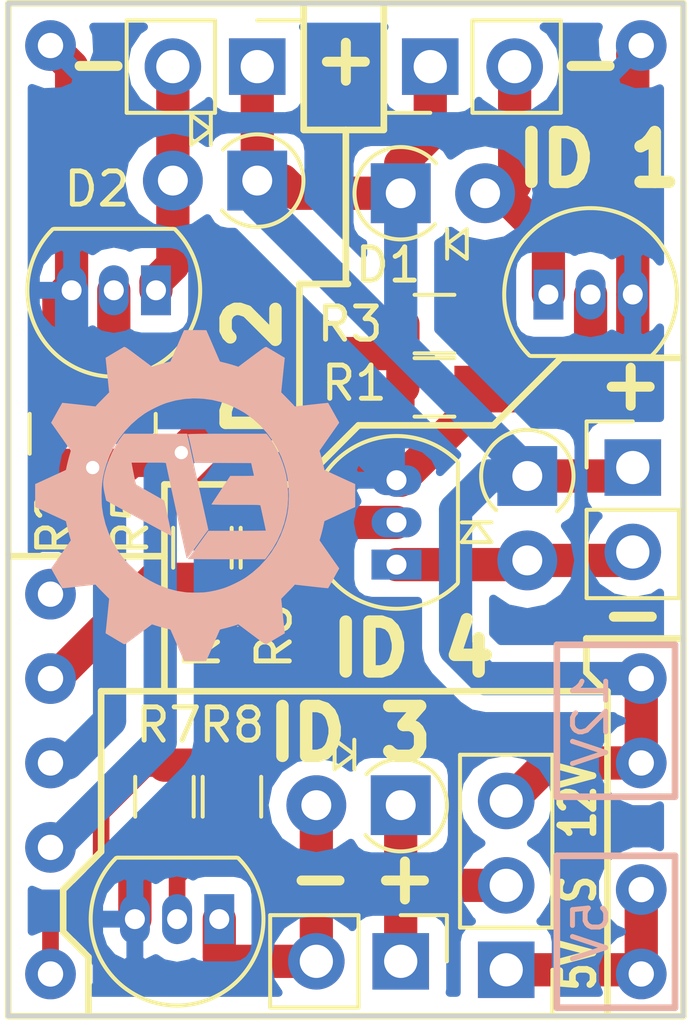
<source format=kicad_pcb>
(kicad_pcb (version 4) (host pcbnew 4.0.6+dfsg1-1)

  (general
    (links 41)
    (no_connects 0)
    (area 108.643 63.546666 132.922334 100.537333)
    (thickness 1.6)
    (drawings 47)
    (tracks 122)
    (zones 0)
    (modules 23)
    (nets 17)
  )

  (page A4)
  (layers
    (0 F.Cu signal)
    (31 B.Cu signal)
    (32 B.Adhes user)
    (33 F.Adhes user hide)
    (34 B.Paste user)
    (35 F.Paste user)
    (36 B.SilkS user)
    (37 F.SilkS user)
    (38 B.Mask user)
    (39 F.Mask user)
    (40 Dwgs.User user)
    (41 Cmts.User user)
    (42 Eco1.User user)
    (43 Eco2.User user hide)
    (44 Edge.Cuts user)
    (45 Margin user)
    (46 B.CrtYd user hide)
    (47 F.CrtYd user hide)
    (48 B.Fab user)
    (49 F.Fab user hide)
  )

  (setup
    (last_trace_width 0.25)
    (user_trace_width 0.5)
    (user_trace_width 1)
    (user_trace_width 2)
    (user_trace_width 3)
    (trace_clearance 0.2)
    (zone_clearance 0.508)
    (zone_45_only no)
    (trace_min 0.2)
    (segment_width 0.2)
    (edge_width 0.15)
    (via_size 0.6)
    (via_drill 0.4)
    (via_min_size 0.4)
    (via_min_drill 0.3)
    (uvia_size 0.3)
    (uvia_drill 0.1)
    (uvias_allowed no)
    (uvia_min_size 0.2)
    (uvia_min_drill 0.1)
    (pcb_text_width 0.3)
    (pcb_text_size 1.5 1.5)
    (mod_edge_width 0.15)
    (mod_text_size 1 1)
    (mod_text_width 0.15)
    (pad_size 1.524 1.524)
    (pad_drill 0.762)
    (pad_to_mask_clearance 0.2)
    (aux_axis_origin 109.02188 97.2312)
    (visible_elements FFFFFF7F)
    (pcbplotparams
      (layerselection 0x010f0_80000001)
      (usegerberextensions true)
      (excludeedgelayer true)
      (linewidth 0.100000)
      (plotframeref false)
      (viasonmask false)
      (mode 1)
      (useauxorigin true)
      (hpglpennumber 1)
      (hpglpenspeed 20)
      (hpglpendiameter 15)
      (hpglpenoverlay 2)
      (psnegative false)
      (psa4output false)
      (plotreference true)
      (plotvalue true)
      (plotinvisibletext false)
      (padsonsilk false)
      (subtractmaskfromsilk false)
      (outputformat 1)
      (mirror false)
      (drillshape 0)
      (scaleselection 1)
      (outputdirectory Output/Plot/Gerber/))
  )

  (net 0 "")
  (net 1 +12V)
  (net 2 "Net-(D1-Pad2)")
  (net 3 "Net-(D2-Pad2)")
  (net 4 "Net-(D3-Pad1)")
  (net 5 "Net-(D3-Pad2)")
  (net 6 +5V)
  (net 7 GND)
  (net 8 MOS_1)
  (net 9 MOS_2)
  (net 10 MOS_3)
  (net 11 "Net-(D4-Pad2)")
  (net 12 MOS_4)
  (net 13 "Net-(Q1-Pad2)")
  (net 14 "Net-(Q2-Pad2)")
  (net 15 "Net-(Q3-Pad2)")
  (net 16 "Net-(Q4-Pad2)")

  (net_class Default "This is the default net class."
    (clearance 0.2)
    (trace_width 0.25)
    (via_dia 0.6)
    (via_drill 0.4)
    (uvia_dia 0.3)
    (uvia_drill 0.1)
    (add_net +12V)
    (add_net +5V)
    (add_net GND)
    (add_net MOS_1)
    (add_net MOS_2)
    (add_net MOS_3)
    (add_net MOS_4)
    (add_net "Net-(D1-Pad2)")
    (add_net "Net-(D2-Pad2)")
    (add_net "Net-(D3-Pad1)")
    (add_net "Net-(D3-Pad2)")
    (add_net "Net-(D4-Pad2)")
    (add_net "Net-(Q1-Pad2)")
    (add_net "Net-(Q2-Pad2)")
    (add_net "Net-(Q3-Pad2)")
    (add_net "Net-(Q4-Pad2)")
  )

  (module TO_SOT_Packages_THT:TO-92_Inline_Narrow_Oval (layer F.Cu) (tedit 5A745665) (tstamp 5A70BF84)
    (at 113.538 75.311 180)
    (descr "TO-92 leads in-line, narrow, oval pads, drill 0.6mm (see NXP sot054_po.pdf)")
    (tags "to-92 sc-43 sc-43a sot54 PA33 transistor")
    (path /5A4F2FFD)
    (fp_text reference Q2 (at 2.032 2.54 180) (layer F.SilkS) hide
      (effects (font (size 1 1) (thickness 0.15)))
    )
    (fp_text value BS170 (at 1.27 2.794 180) (layer F.Fab) hide
      (effects (font (size 1 1) (thickness 0.15)))
    )
    (fp_line (start -1.65 -2.9) (end 4.15 -2.9) (layer F.CrtYd) (width 0.05))
    (fp_line (start 4.15 -2.9) (end 4.15 2.2) (layer F.CrtYd) (width 0.05))
    (fp_line (start 4.15 2.2) (end -1.65 2.2) (layer F.CrtYd) (width 0.05))
    (fp_line (start -1.65 2.2) (end -1.65 -2.9) (layer F.CrtYd) (width 0.05))
    (fp_line (start -0.53 1.85) (end 3.07 1.85) (layer F.SilkS) (width 0.12))
    (fp_line (start -0.5 1.75) (end 3 1.75) (layer F.Fab) (width 0.1))
    (fp_arc (start 1.27 0) (end 1.27 -2.48) (angle 135) (layer F.Fab) (width 0.1))
    (fp_arc (start 1.27 0) (end 1.27 -2.6) (angle -135) (layer F.SilkS) (width 0.12))
    (fp_arc (start 1.27 0) (end 1.27 -2.48) (angle -135) (layer F.Fab) (width 0.1))
    (fp_arc (start 1.27 0) (end 1.27 -2.6) (angle 135) (layer F.SilkS) (width 0.12))
    (pad 2 thru_hole oval (at 1.27 0) (size 0.89916 1.50114) (drill 0.6) (layers *.Cu *.Mask)
      (net 14 "Net-(Q2-Pad2)"))
    (pad 3 thru_hole oval (at 2.54 0) (size 0.89916 1.50114) (drill 0.6) (layers *.Cu *.Mask)
      (net 7 GND))
    (pad 1 thru_hole rect (at 0 0) (size 0.89916 1.50114) (drill 0.6) (layers *.Cu *.Mask)
      (net 3 "Net-(D2-Pad2)"))
    (model TO_SOT_Packages_THT.3dshapes/TO-92_Inline_Narrow_Oval.wrl
      (at (xyz 0.05 0 0))
      (scale (xyz 1 1 1))
      (rotate (xyz 0 0 -90))
    )
  )

  (module Aktuator_Module:Aktuator_Module (layer F.Cu) (tedit 5A4B939A) (tstamp 5A7372F8)
    (at 109.093 97.155)
    (path /5A4F135F)
    (fp_text reference M1 (at 1.143 0.889) (layer F.SilkS) hide
      (effects (font (size 1 1) (thickness 0.15)))
    )
    (fp_text value Aktuator_Module (at 10.16 -17.78) (layer F.Fab) hide
      (effects (font (size 1 1) (thickness 0.15)))
    )
    (fp_line (start 16.51 -4.826) (end 20.066 -4.826) (layer B.SilkS) (width 0.2))
    (fp_line (start 20.066 -4.826) (end 20.066 -0.254) (layer B.SilkS) (width 0.2))
    (fp_line (start 20.066 -0.254) (end 16.51 -0.254) (layer B.SilkS) (width 0.2))
    (fp_line (start 16.51 -0.254) (end 16.51 -4.826) (layer B.SilkS) (width 0.2))
    (fp_line (start 16.51 -6.604) (end 20.066 -6.604) (layer B.SilkS) (width 0.2))
    (fp_line (start 20.066 -6.604) (end 20.066 -11.176) (layer B.SilkS) (width 0.2))
    (fp_line (start 20.066 -11.176) (end 16.51 -11.176) (layer B.SilkS) (width 0.2))
    (fp_line (start 16.51 -11.176) (end 16.51 -6.604) (layer B.SilkS) (width 0.2))
    (fp_text user 5V (at 17.526 -2.54 90) (layer B.SilkS)
      (effects (font (size 1 1) (thickness 0.15)) (justify mirror))
    )
    (fp_text user S (at 2.794 -1.27) (layer B.SilkS) hide
      (effects (font (size 1 1) (thickness 0.15)) (justify mirror))
    )
    (fp_text user G (at 2.794 -29.21) (layer B.SilkS) hide
      (effects (font (size 1 1) (thickness 0.15)) (justify mirror))
    )
    (fp_text user G (at 17.526 -29.21) (layer B.SilkS) hide
      (effects (font (size 1 1) (thickness 0.15)) (justify mirror))
    )
    (fp_text user 12V (at 17.526 -8.89 90) (layer B.SilkS)
      (effects (font (size 1 1) (thickness 0.15)) (justify mirror))
    )
    (fp_line (start 0 0) (end 20.32 0) (layer F.SilkS) (width 0.2))
    (fp_line (start 20.32 0) (end 20.32 -30.48) (layer F.SilkS) (width 0.2))
    (fp_line (start 20.32 -30.48) (end 0 -30.48) (layer F.SilkS) (width 0.2))
    (fp_line (start 0 -30.48) (end 0 0) (layer F.SilkS) (width 0.2))
    (pad 1 thru_hole circle (at 19.05 -1.27) (size 1.524 1.524) (drill 0.762) (layers *.Cu *.Mask)
      (net 6 +5V))
    (pad 1 thru_hole circle (at 19.05 -3.81) (size 1.524 1.524) (drill 0.762) (layers *.Cu *.Mask)
      (net 6 +5V))
    (pad 2 thru_hole circle (at 19.05 -7.62) (size 1.524 1.524) (drill 0.762) (layers *.Cu *.Mask)
      (net 1 +12V))
    (pad 2 thru_hole circle (at 19.05 -10.16) (size 1.524 1.524) (drill 0.762) (layers *.Cu *.Mask)
      (net 1 +12V))
    (pad 3 thru_hole circle (at 1.27 -1.27) (size 1.524 1.524) (drill 0.762) (layers *.Cu *.Mask)
      (net 10 MOS_3))
    (pad 4 thru_hole circle (at 1.27 -29.21) (size 1.524 1.524) (drill 0.762) (layers *.Cu *.Mask)
      (net 7 GND))
    (pad 4 thru_hole circle (at 19.05 -29.21) (size 1.524 1.524) (drill 0.762) (layers *.Cu *.Mask)
      (net 7 GND))
    (pad 6 thru_hole circle (at 1.27 -5.08) (size 1.524 1.524) (drill 0.762) (layers *.Cu *.Mask)
      (net 8 MOS_1))
    (pad 7 thru_hole circle (at 1.27 -7.62) (size 1.524 1.524) (drill 0.762) (layers *.Cu *.Mask)
      (net 9 MOS_2))
    (pad 8 thru_hole circle (at 1.27 -10.16) (size 1.524 1.524) (drill 0.762) (layers *.Cu *.Mask)
      (net 12 MOS_4))
    (pad 9 thru_hole circle (at 1.27 -12.7) (size 1.524 1.524) (drill 0.762) (layers *.Cu *.Mask))
  )

  (module Diodes_THT:D_A-405_P2.54mm_Vertical_AnodeUp (layer F.Cu) (tedit 5A745667) (tstamp 5A70BEE9)
    (at 116.586 72.009 180)
    (descr "D, A-405 series, Axial, Vertical, pin pitch=2.54mm, , length*diameter=5.2*2.7mm^2, , http://www.diodes.com/_files/packages/A-405.pdf")
    (tags "D A-405 series Axial Vertical pin pitch 2.54mm  length 5.2mm diameter 2.7mm")
    (path /5A4F2FF7)
    (fp_text reference D2 (at 4.826 -0.254 180) (layer F.SilkS)
      (effects (font (size 1 1) (thickness 0.15)))
    )
    (fp_text value D (at 1.27 3.299 180) (layer F.Fab) hide
      (effects (font (size 1 1) (thickness 0.15)))
    )
    (fp_arc (start 0 0) (end 1.059811 -0.9) (angle -277.5) (layer F.SilkS) (width 0.12))
    (fp_circle (center 0 0) (end 1.35 0) (layer F.Fab) (width 0.1))
    (fp_line (start 0 0) (end 2.54 0) (layer F.Fab) (width 0.1))
    (fp_line (start 1.397 1.08) (end 1.397 1.969) (layer F.SilkS) (width 0.12))
    (fp_line (start 1.397 1.5245) (end 1.989667 1.08) (layer F.SilkS) (width 0.12))
    (fp_line (start 1.989667 1.08) (end 1.989667 1.969) (layer F.SilkS) (width 0.12))
    (fp_line (start 1.989667 1.969) (end 1.397 1.5245) (layer F.SilkS) (width 0.12))
    (fp_line (start -1.7 -1.7) (end -1.7 1.7) (layer F.CrtYd) (width 0.05))
    (fp_line (start -1.7 1.7) (end 3.75 1.7) (layer F.CrtYd) (width 0.05))
    (fp_line (start 3.75 1.7) (end 3.75 -1.7) (layer F.CrtYd) (width 0.05))
    (fp_line (start 3.75 -1.7) (end -1.7 -1.7) (layer F.CrtYd) (width 0.05))
    (fp_text user K (at -2.11 0 180) (layer F.Fab)
      (effects (font (size 1 1) (thickness 0.15)))
    )
    (pad 1 thru_hole rect (at 0 0 180) (size 1.8 1.8) (drill 0.9) (layers *.Cu *.Mask)
      (net 1 +12V))
    (pad 2 thru_hole oval (at 2.54 0 180) (size 1.8 1.8) (drill 0.9) (layers *.Cu *.Mask)
      (net 3 "Net-(D2-Pad2)"))
    (model Diodes_THT.3dshapes/D_A-405_P2.54mm_Vertical_AnodeUp.wrl
      (at (xyz 0 0 0))
      (scale (xyz 0.393701 0.393701 0.393701))
      (rotate (xyz 0 0 0))
    )
  )

  (module Diodes_THT:D_A-405_P2.54mm_Vertical_AnodeUp (layer F.Cu) (tedit 5A74581D) (tstamp 5A70BED7)
    (at 120.904 72.39)
    (descr "D, A-405 series, Axial, Vertical, pin pitch=2.54mm, , length*diameter=5.2*2.7mm^2, , http://www.diodes.com/_files/packages/A-405.pdf")
    (tags "D A-405 series Axial Vertical pin pitch 2.54mm  length 5.2mm diameter 2.7mm")
    (path /5A4F2152)
    (fp_text reference D1 (at -0.381 2.159) (layer F.SilkS)
      (effects (font (size 1 1) (thickness 0.15)))
    )
    (fp_text value D (at 1.27 3.299) (layer F.Fab) hide
      (effects (font (size 1 1) (thickness 0.15)))
    )
    (fp_arc (start 0 0) (end 1.059811 -0.9) (angle -277.5) (layer F.SilkS) (width 0.12))
    (fp_circle (center 0 0) (end 1.35 0) (layer F.Fab) (width 0.1))
    (fp_line (start 0 0) (end 2.54 0) (layer F.Fab) (width 0.1))
    (fp_line (start 1.397 1.08) (end 1.397 1.969) (layer F.SilkS) (width 0.12))
    (fp_line (start 1.397 1.5245) (end 1.989667 1.08) (layer F.SilkS) (width 0.12))
    (fp_line (start 1.989667 1.08) (end 1.989667 1.969) (layer F.SilkS) (width 0.12))
    (fp_line (start 1.989667 1.969) (end 1.397 1.5245) (layer F.SilkS) (width 0.12))
    (fp_line (start -1.7 -1.7) (end -1.7 1.7) (layer F.CrtYd) (width 0.05))
    (fp_line (start -1.7 1.7) (end 3.75 1.7) (layer F.CrtYd) (width 0.05))
    (fp_line (start 3.75 1.7) (end 3.75 -1.7) (layer F.CrtYd) (width 0.05))
    (fp_line (start 3.75 -1.7) (end -1.7 -1.7) (layer F.CrtYd) (width 0.05))
    (fp_text user K (at -2.11 0) (layer F.Fab)
      (effects (font (size 1 1) (thickness 0.15)))
    )
    (pad 1 thru_hole rect (at 0 0) (size 1.8 1.8) (drill 0.9) (layers *.Cu *.Mask)
      (net 1 +12V))
    (pad 2 thru_hole oval (at 2.54 0) (size 1.8 1.8) (drill 0.9) (layers *.Cu *.Mask)
      (net 2 "Net-(D1-Pad2)"))
    (model Diodes_THT.3dshapes/D_A-405_P2.54mm_Vertical_AnodeUp.wrl
      (at (xyz 0 0 0))
      (scale (xyz 0.393701 0.393701 0.393701))
      (rotate (xyz 0 0 0))
    )
  )

  (module Diodes_THT:D_A-405_P2.54mm_Vertical_AnodeUp (layer F.Cu) (tedit 5A745A26) (tstamp 5A70BEFB)
    (at 120.904 90.805 180)
    (descr "D, A-405 series, Axial, Vertical, pin pitch=2.54mm, , length*diameter=5.2*2.7mm^2, , http://www.diodes.com/_files/packages/A-405.pdf")
    (tags "D A-405 series Axial Vertical pin pitch 2.54mm  length 5.2mm diameter 2.7mm")
    (path /5A4F32A4)
    (fp_text reference D3 (at -1.778 2.794 180) (layer F.SilkS) hide
      (effects (font (size 1 1) (thickness 0.15)))
    )
    (fp_text value D (at 1.27 3.299 180) (layer F.Fab) hide
      (effects (font (size 1 1) (thickness 0.15)))
    )
    (fp_arc (start 0 0) (end 1.059811 -0.9) (angle -277.5) (layer F.SilkS) (width 0.12))
    (fp_circle (center 0 0) (end 1.35 0) (layer F.Fab) (width 0.1))
    (fp_line (start 0 0) (end 2.54 0) (layer F.Fab) (width 0.1))
    (fp_line (start 1.397 1.08) (end 1.397 1.969) (layer F.SilkS) (width 0.12))
    (fp_line (start 1.397 1.5245) (end 1.989667 1.08) (layer F.SilkS) (width 0.12))
    (fp_line (start 1.989667 1.08) (end 1.989667 1.969) (layer F.SilkS) (width 0.12))
    (fp_line (start 1.989667 1.969) (end 1.397 1.5245) (layer F.SilkS) (width 0.12))
    (fp_line (start -1.7 -1.7) (end -1.7 1.7) (layer F.CrtYd) (width 0.05))
    (fp_line (start -1.7 1.7) (end 3.75 1.7) (layer F.CrtYd) (width 0.05))
    (fp_line (start 3.75 1.7) (end 3.75 -1.7) (layer F.CrtYd) (width 0.05))
    (fp_line (start 3.75 -1.7) (end -1.7 -1.7) (layer F.CrtYd) (width 0.05))
    (fp_text user K (at -2.11 0 180) (layer F.Fab)
      (effects (font (size 1 1) (thickness 0.15)))
    )
    (pad 1 thru_hole rect (at 0 0 180) (size 1.8 1.8) (drill 0.9) (layers *.Cu *.Mask)
      (net 4 "Net-(D3-Pad1)"))
    (pad 2 thru_hole oval (at 2.54 0 180) (size 1.8 1.8) (drill 0.9) (layers *.Cu *.Mask)
      (net 5 "Net-(D3-Pad2)"))
  )

  (module Pin_Headers:Pin_Header_Straight_1x02_Pitch2.54mm (layer F.Cu) (tedit 5A4B9385) (tstamp 5A70BF25)
    (at 121.793 68.58 90)
    (descr "Through hole straight pin header, 1x02, 2.54mm pitch, single row")
    (tags "Through hole pin header THT 1x02 2.54mm single row")
    (path /5A4F1442)
    (fp_text reference J2 (at 0 -2.39 90) (layer F.SilkS) hide
      (effects (font (size 1 1) (thickness 0.15)))
    )
    (fp_text value CONN_01X02 (at 0 4.93 90) (layer F.Fab) hide
      (effects (font (size 1 1) (thickness 0.15)))
    )
    (fp_line (start -1.27 -1.27) (end -1.27 3.81) (layer F.Fab) (width 0.1))
    (fp_line (start -1.27 3.81) (end 1.27 3.81) (layer F.Fab) (width 0.1))
    (fp_line (start 1.27 3.81) (end 1.27 -1.27) (layer F.Fab) (width 0.1))
    (fp_line (start 1.27 -1.27) (end -1.27 -1.27) (layer F.Fab) (width 0.1))
    (fp_line (start -1.39 1.27) (end -1.39 3.93) (layer F.SilkS) (width 0.12))
    (fp_line (start -1.39 3.93) (end 1.39 3.93) (layer F.SilkS) (width 0.12))
    (fp_line (start 1.39 3.93) (end 1.39 1.27) (layer F.SilkS) (width 0.12))
    (fp_line (start 1.39 1.27) (end -1.39 1.27) (layer F.SilkS) (width 0.12))
    (fp_line (start -1.39 0) (end -1.39 -1.39) (layer F.SilkS) (width 0.12))
    (fp_line (start -1.39 -1.39) (end 0 -1.39) (layer F.SilkS) (width 0.12))
    (fp_line (start -1.6 -1.6) (end -1.6 4.1) (layer F.CrtYd) (width 0.05))
    (fp_line (start -1.6 4.1) (end 1.6 4.1) (layer F.CrtYd) (width 0.05))
    (fp_line (start 1.6 4.1) (end 1.6 -1.6) (layer F.CrtYd) (width 0.05))
    (fp_line (start 1.6 -1.6) (end -1.6 -1.6) (layer F.CrtYd) (width 0.05))
    (pad 1 thru_hole rect (at 0 0 90) (size 1.7 1.7) (drill 1) (layers *.Cu *.Mask)
      (net 1 +12V))
    (pad 2 thru_hole oval (at 0 2.54 90) (size 1.7 1.7) (drill 1) (layers *.Cu *.Mask)
      (net 2 "Net-(D1-Pad2)"))
    (model Pin_Headers.3dshapes/Pin_Header_Straight_1x02_Pitch2.54mm.wrl
      (at (xyz 0 -0.05 0))
      (scale (xyz 1 1 1))
      (rotate (xyz 0 0 90))
    )
  )

  (module Pin_Headers:Pin_Header_Straight_1x02_Pitch2.54mm (layer F.Cu) (tedit 5A4B9383) (tstamp 5A70BF39)
    (at 116.586 68.58 270)
    (descr "Through hole straight pin header, 1x02, 2.54mm pitch, single row")
    (tags "Through hole pin header THT 1x02 2.54mm single row")
    (path /5A4F2FEB)
    (fp_text reference J3 (at 0 -2.39 270) (layer F.SilkS) hide
      (effects (font (size 1 1) (thickness 0.15)))
    )
    (fp_text value CONN_01X02 (at 0 4.93 270) (layer F.Fab) hide
      (effects (font (size 1 1) (thickness 0.15)))
    )
    (fp_line (start -1.27 -1.27) (end -1.27 3.81) (layer F.Fab) (width 0.1))
    (fp_line (start -1.27 3.81) (end 1.27 3.81) (layer F.Fab) (width 0.1))
    (fp_line (start 1.27 3.81) (end 1.27 -1.27) (layer F.Fab) (width 0.1))
    (fp_line (start 1.27 -1.27) (end -1.27 -1.27) (layer F.Fab) (width 0.1))
    (fp_line (start -1.39 1.27) (end -1.39 3.93) (layer F.SilkS) (width 0.12))
    (fp_line (start -1.39 3.93) (end 1.39 3.93) (layer F.SilkS) (width 0.12))
    (fp_line (start 1.39 3.93) (end 1.39 1.27) (layer F.SilkS) (width 0.12))
    (fp_line (start 1.39 1.27) (end -1.39 1.27) (layer F.SilkS) (width 0.12))
    (fp_line (start -1.39 0) (end -1.39 -1.39) (layer F.SilkS) (width 0.12))
    (fp_line (start -1.39 -1.39) (end 0 -1.39) (layer F.SilkS) (width 0.12))
    (fp_line (start -1.6 -1.6) (end -1.6 4.1) (layer F.CrtYd) (width 0.05))
    (fp_line (start -1.6 4.1) (end 1.6 4.1) (layer F.CrtYd) (width 0.05))
    (fp_line (start 1.6 4.1) (end 1.6 -1.6) (layer F.CrtYd) (width 0.05))
    (fp_line (start 1.6 -1.6) (end -1.6 -1.6) (layer F.CrtYd) (width 0.05))
    (pad 1 thru_hole rect (at 0 0 270) (size 1.7 1.7) (drill 1) (layers *.Cu *.Mask)
      (net 1 +12V))
    (pad 2 thru_hole oval (at 0 2.54 270) (size 1.7 1.7) (drill 1) (layers *.Cu *.Mask)
      (net 3 "Net-(D2-Pad2)"))
    (model Pin_Headers.3dshapes/Pin_Header_Straight_1x02_Pitch2.54mm.wrl
      (at (xyz 0 -0.05 0))
      (scale (xyz 1 1 1))
      (rotate (xyz 0 0 90))
    )
  )

  (module Pin_Headers:Pin_Header_Straight_1x03_Pitch2.54mm (layer F.Cu) (tedit 5A4B935F) (tstamp 5A70BF4E)
    (at 124.079 95.758 180)
    (descr "Through hole straight pin header, 1x03, 2.54mm pitch, single row")
    (tags "Through hole pin header THT 1x03 2.54mm single row")
    (path /5A4F33BF)
    (fp_text reference J4 (at 0 -2.39 180) (layer F.SilkS) hide
      (effects (font (size 1 1) (thickness 0.15)))
    )
    (fp_text value CONN_01X03 (at 0 7.47 180) (layer F.Fab) hide
      (effects (font (size 1 1) (thickness 0.15)))
    )
    (fp_line (start -1.27 -1.27) (end -1.27 6.35) (layer F.Fab) (width 0.1))
    (fp_line (start -1.27 6.35) (end 1.27 6.35) (layer F.Fab) (width 0.1))
    (fp_line (start 1.27 6.35) (end 1.27 -1.27) (layer F.Fab) (width 0.1))
    (fp_line (start 1.27 -1.27) (end -1.27 -1.27) (layer F.Fab) (width 0.1))
    (fp_line (start -1.39 1.27) (end -1.39 6.47) (layer F.SilkS) (width 0.12))
    (fp_line (start -1.39 6.47) (end 1.39 6.47) (layer F.SilkS) (width 0.12))
    (fp_line (start 1.39 6.47) (end 1.39 1.27) (layer F.SilkS) (width 0.12))
    (fp_line (start 1.39 1.27) (end -1.39 1.27) (layer F.SilkS) (width 0.12))
    (fp_line (start -1.39 0) (end -1.39 -1.39) (layer F.SilkS) (width 0.12))
    (fp_line (start -1.39 -1.39) (end 0 -1.39) (layer F.SilkS) (width 0.12))
    (fp_line (start -1.6 -1.6) (end -1.6 6.6) (layer F.CrtYd) (width 0.05))
    (fp_line (start -1.6 6.6) (end 1.6 6.6) (layer F.CrtYd) (width 0.05))
    (fp_line (start 1.6 6.6) (end 1.6 -1.6) (layer F.CrtYd) (width 0.05))
    (fp_line (start 1.6 -1.6) (end -1.6 -1.6) (layer F.CrtYd) (width 0.05))
    (pad 1 thru_hole rect (at 0 0 180) (size 1.7 1.7) (drill 1) (layers *.Cu *.Mask)
      (net 6 +5V))
    (pad 2 thru_hole oval (at 0 2.54 180) (size 1.7 1.7) (drill 1) (layers *.Cu *.Mask)
      (net 4 "Net-(D3-Pad1)"))
    (pad 3 thru_hole oval (at 0 5.08 180) (size 1.7 1.7) (drill 1) (layers *.Cu *.Mask)
      (net 1 +12V))
    (model Pin_Headers.3dshapes/Pin_Header_Straight_1x03_Pitch2.54mm.wrl
      (at (xyz 0 -0.1 0))
      (scale (xyz 1 1 1))
      (rotate (xyz 0 0 90))
    )
  )

  (module Pin_Headers:Pin_Header_Straight_1x02_Pitch2.54mm (layer F.Cu) (tedit 5A4B9390) (tstamp 5A70BF62)
    (at 120.904 95.504 270)
    (descr "Through hole straight pin header, 1x02, 2.54mm pitch, single row")
    (tags "Through hole pin header THT 1x02 2.54mm single row")
    (path /5A4F3298)
    (fp_text reference J5 (at 0 -2.39 270) (layer F.SilkS) hide
      (effects (font (size 1 1) (thickness 0.15)))
    )
    (fp_text value CONN_01X02 (at 0 4.93 270) (layer F.Fab) hide
      (effects (font (size 1 1) (thickness 0.15)))
    )
    (fp_line (start -1.27 -1.27) (end -1.27 3.81) (layer F.Fab) (width 0.1))
    (fp_line (start -1.27 3.81) (end 1.27 3.81) (layer F.Fab) (width 0.1))
    (fp_line (start 1.27 3.81) (end 1.27 -1.27) (layer F.Fab) (width 0.1))
    (fp_line (start 1.27 -1.27) (end -1.27 -1.27) (layer F.Fab) (width 0.1))
    (fp_line (start -1.39 1.27) (end -1.39 3.93) (layer F.SilkS) (width 0.12))
    (fp_line (start -1.39 3.93) (end 1.39 3.93) (layer F.SilkS) (width 0.12))
    (fp_line (start 1.39 3.93) (end 1.39 1.27) (layer F.SilkS) (width 0.12))
    (fp_line (start 1.39 1.27) (end -1.39 1.27) (layer F.SilkS) (width 0.12))
    (fp_line (start -1.39 0) (end -1.39 -1.39) (layer F.SilkS) (width 0.12))
    (fp_line (start -1.39 -1.39) (end 0 -1.39) (layer F.SilkS) (width 0.12))
    (fp_line (start -1.6 -1.6) (end -1.6 4.1) (layer F.CrtYd) (width 0.05))
    (fp_line (start -1.6 4.1) (end 1.6 4.1) (layer F.CrtYd) (width 0.05))
    (fp_line (start 1.6 4.1) (end 1.6 -1.6) (layer F.CrtYd) (width 0.05))
    (fp_line (start 1.6 -1.6) (end -1.6 -1.6) (layer F.CrtYd) (width 0.05))
    (pad 1 thru_hole rect (at 0 0 270) (size 1.7 1.7) (drill 1) (layers *.Cu *.Mask)
      (net 4 "Net-(D3-Pad1)"))
    (pad 2 thru_hole oval (at 0 2.54 270) (size 1.7 1.7) (drill 1) (layers *.Cu *.Mask)
      (net 5 "Net-(D3-Pad2)"))
    (model Pin_Headers.3dshapes/Pin_Header_Straight_1x02_Pitch2.54mm.wrl
      (at (xyz 0 -0.05 0))
      (scale (xyz 1 1 1))
      (rotate (xyz 0 0 90))
    )
  )

  (module TO_SOT_Packages_THT:TO-92_Inline_Narrow_Oval (layer F.Cu) (tedit 5A745656) (tstamp 5A70BF73)
    (at 125.349 75.438)
    (descr "TO-92 leads in-line, narrow, oval pads, drill 0.6mm (see NXP sot054_po.pdf)")
    (tags "to-92 sc-43 sc-43a sot54 PA33 transistor")
    (path /5A4F2493)
    (fp_text reference Q1 (at 4.064 -3.048) (layer F.SilkS) hide
      (effects (font (size 1 1) (thickness 0.15)))
    )
    (fp_text value BS170 (at 1.27 2.794) (layer F.Fab) hide
      (effects (font (size 1 1) (thickness 0.15)))
    )
    (fp_line (start -1.65 -2.9) (end 4.15 -2.9) (layer F.CrtYd) (width 0.05))
    (fp_line (start 4.15 -2.9) (end 4.15 2.2) (layer F.CrtYd) (width 0.05))
    (fp_line (start 4.15 2.2) (end -1.65 2.2) (layer F.CrtYd) (width 0.05))
    (fp_line (start -1.65 2.2) (end -1.65 -2.9) (layer F.CrtYd) (width 0.05))
    (fp_line (start -0.53 1.85) (end 3.07 1.85) (layer F.SilkS) (width 0.12))
    (fp_line (start -0.5 1.75) (end 3 1.75) (layer F.Fab) (width 0.1))
    (fp_arc (start 1.27 0) (end 1.27 -2.48) (angle 135) (layer F.Fab) (width 0.1))
    (fp_arc (start 1.27 0) (end 1.27 -2.6) (angle -135) (layer F.SilkS) (width 0.12))
    (fp_arc (start 1.27 0) (end 1.27 -2.48) (angle -135) (layer F.Fab) (width 0.1))
    (fp_arc (start 1.27 0) (end 1.27 -2.6) (angle 135) (layer F.SilkS) (width 0.12))
    (pad 2 thru_hole oval (at 1.27 0 180) (size 0.89916 1.50114) (drill 0.6) (layers *.Cu *.Mask)
      (net 13 "Net-(Q1-Pad2)"))
    (pad 3 thru_hole oval (at 2.54 0 180) (size 0.89916 1.50114) (drill 0.6) (layers *.Cu *.Mask)
      (net 7 GND))
    (pad 1 thru_hole rect (at 0 0 180) (size 0.89916 1.50114) (drill 0.6) (layers *.Cu *.Mask)
      (net 2 "Net-(D1-Pad2)"))
    (model TO_SOT_Packages_THT.3dshapes/TO-92_Inline_Narrow_Oval.wrl
      (at (xyz 0.05 0 0))
      (scale (xyz 1 1 1))
      (rotate (xyz 0 0 -90))
    )
  )

  (module TO_SOT_Packages_THT:TO-92_Inline_Narrow_Oval (layer F.Cu) (tedit 5A74561F) (tstamp 5A70BF95)
    (at 115.443 94.234 180)
    (descr "TO-92 leads in-line, narrow, oval pads, drill 0.6mm (see NXP sot054_po.pdf)")
    (tags "to-92 sc-43 sc-43a sot54 PA33 transistor")
    (path /5A4F32AA)
    (fp_text reference Q3 (at 0.889 -3.048 270) (layer F.SilkS) hide
      (effects (font (size 1 1) (thickness 0.15)))
    )
    (fp_text value BS170 (at 1.27 2.794 180) (layer F.Fab) hide
      (effects (font (size 1 1) (thickness 0.15)))
    )
    (fp_line (start -1.65 -2.9) (end 4.15 -2.9) (layer F.CrtYd) (width 0.05))
    (fp_line (start 4.15 -2.9) (end 4.15 2.2) (layer F.CrtYd) (width 0.05))
    (fp_line (start 4.15 2.2) (end -1.65 2.2) (layer F.CrtYd) (width 0.05))
    (fp_line (start -1.65 2.2) (end -1.65 -2.9) (layer F.CrtYd) (width 0.05))
    (fp_line (start -0.53 1.85) (end 3.07 1.85) (layer F.SilkS) (width 0.12))
    (fp_line (start -0.5 1.75) (end 3 1.75) (layer F.Fab) (width 0.1))
    (fp_arc (start 1.27 0) (end 1.27 -2.48) (angle 135) (layer F.Fab) (width 0.1))
    (fp_arc (start 1.27 0) (end 1.27 -2.6) (angle -135) (layer F.SilkS) (width 0.12))
    (fp_arc (start 1.27 0) (end 1.27 -2.48) (angle -135) (layer F.Fab) (width 0.1))
    (fp_arc (start 1.27 0) (end 1.27 -2.6) (angle 135) (layer F.SilkS) (width 0.12))
    (pad 2 thru_hole oval (at 1.27 0) (size 0.89916 1.50114) (drill 0.6) (layers *.Cu *.Mask)
      (net 15 "Net-(Q3-Pad2)"))
    (pad 3 thru_hole oval (at 2.54 0) (size 0.89916 1.50114) (drill 0.6) (layers *.Cu *.Mask)
      (net 7 GND))
    (pad 1 thru_hole rect (at 0 0) (size 0.89916 1.50114) (drill 0.6) (layers *.Cu *.Mask)
      (net 5 "Net-(D3-Pad2)"))
    (model TO_SOT_Packages_THT.3dshapes/TO-92_Inline_Narrow_Oval.wrl
      (at (xyz 0.05 0 0))
      (scale (xyz 1 1 1))
      (rotate (xyz 0 0 -90))
    )
  )

  (module Resistors_SMD:R_0805 (layer F.Cu) (tedit 5A7455C1) (tstamp 5A70BFB7)
    (at 110.617 79.629 90)
    (descr "Resistor SMD 0805, reflow soldering, Vishay (see dcrcw.pdf)")
    (tags "resistor 0805")
    (path /5A4F3009)
    (attr smd)
    (fp_text reference R2 (at -2.667 -0.127 90) (layer F.SilkS)
      (effects (font (size 1 1) (thickness 0.15)))
    )
    (fp_text value 10K (at 0 1.75 90) (layer F.Fab) hide
      (effects (font (size 1 1) (thickness 0.15)))
    )
    (fp_text user %R (at 0 -1.65 90) (layer F.Fab) hide
      (effects (font (size 1 1) (thickness 0.15)))
    )
    (fp_line (start -1 0.62) (end -1 -0.62) (layer F.Fab) (width 0.1))
    (fp_line (start 1 0.62) (end -1 0.62) (layer F.Fab) (width 0.1))
    (fp_line (start 1 -0.62) (end 1 0.62) (layer F.Fab) (width 0.1))
    (fp_line (start -1 -0.62) (end 1 -0.62) (layer F.Fab) (width 0.1))
    (fp_line (start 0.6 0.88) (end -0.6 0.88) (layer F.SilkS) (width 0.12))
    (fp_line (start -0.6 -0.88) (end 0.6 -0.88) (layer F.SilkS) (width 0.12))
    (fp_line (start -1.55 -0.9) (end 1.55 -0.9) (layer F.CrtYd) (width 0.05))
    (fp_line (start -1.55 -0.9) (end -1.55 0.9) (layer F.CrtYd) (width 0.05))
    (fp_line (start 1.55 0.9) (end 1.55 -0.9) (layer F.CrtYd) (width 0.05))
    (fp_line (start 1.55 0.9) (end -1.55 0.9) (layer F.CrtYd) (width 0.05))
    (pad 1 smd rect (at -0.95 0 90) (size 0.7 1.3) (layers F.Cu F.Paste F.Mask)
      (net 9 MOS_2))
    (pad 2 smd rect (at 0.95 0 90) (size 0.7 1.3) (layers F.Cu F.Paste F.Mask)
      (net 7 GND))
    (model Resistors_SMD.3dshapes/R_0805.wrl
      (at (xyz 0 0 0))
      (scale (xyz 1 1 1))
      (rotate (xyz 0 0 0))
    )
  )

  (module Diodes_THT:D_A-405_P2.54mm_Vertical_AnodeUp (layer F.Cu) (tedit 5A7456AF) (tstamp 5A745664)
    (at 124.714 80.899 270)
    (descr "D, A-405 series, Axial, Vertical, pin pitch=2.54mm, , length*diameter=5.2*2.7mm^2, , http://www.diodes.com/_files/packages/A-405.pdf")
    (tags "D A-405 series Axial Vertical pin pitch 2.54mm  length 5.2mm diameter 2.7mm")
    (path /5A724F9C)
    (fp_text reference D4 (at 4.191 1.397 360) (layer F.SilkS) hide
      (effects (font (size 1 1) (thickness 0.15)))
    )
    (fp_text value D (at 1.27 3.299 270) (layer F.Fab) hide
      (effects (font (size 1 1) (thickness 0.15)))
    )
    (fp_arc (start 0 0) (end 1.059811 -0.9) (angle -277.5) (layer F.SilkS) (width 0.12))
    (fp_circle (center 0 0) (end 1.35 0) (layer F.Fab) (width 0.1))
    (fp_line (start 0 0) (end 2.54 0) (layer F.Fab) (width 0.1))
    (fp_line (start 1.397 1.08) (end 1.397 1.969) (layer F.SilkS) (width 0.12))
    (fp_line (start 1.397 1.5245) (end 1.989667 1.08) (layer F.SilkS) (width 0.12))
    (fp_line (start 1.989667 1.08) (end 1.989667 1.969) (layer F.SilkS) (width 0.12))
    (fp_line (start 1.989667 1.969) (end 1.397 1.5245) (layer F.SilkS) (width 0.12))
    (fp_line (start -1.7 -1.7) (end -1.7 1.7) (layer F.CrtYd) (width 0.05))
    (fp_line (start -1.7 1.7) (end 3.75 1.7) (layer F.CrtYd) (width 0.05))
    (fp_line (start 3.75 1.7) (end 3.75 -1.7) (layer F.CrtYd) (width 0.05))
    (fp_line (start 3.75 -1.7) (end -1.7 -1.7) (layer F.CrtYd) (width 0.05))
    (fp_text user K (at -2.11 0 270) (layer F.Fab)
      (effects (font (size 1 1) (thickness 0.15)))
    )
    (pad 1 thru_hole rect (at 0 0 270) (size 1.8 1.8) (drill 0.9) (layers *.Cu *.Mask)
      (net 1 +12V))
    (pad 2 thru_hole oval (at 2.54 0 270) (size 1.8 1.8) (drill 0.9) (layers *.Cu *.Mask)
      (net 11 "Net-(D4-Pad2)"))
    (model Diodes_THT.3dshapes/D_A-405_P2.54mm_Vertical_AnodeUp.wrl
      (at (xyz 0 0 0))
      (scale (xyz 0.393701 0.393701 0.393701))
      (rotate (xyz 0 0 0))
    )
  )

  (module Pin_Headers:Pin_Header_Straight_1x02_Pitch2.54mm (layer F.Cu) (tedit 5A745659) (tstamp 5A745678)
    (at 127.889 80.645)
    (descr "Through hole straight pin header, 1x02, 2.54mm pitch, single row")
    (tags "Through hole pin header THT 1x02 2.54mm single row")
    (path /5A724F90)
    (fp_text reference J1 (at 0 -2.39) (layer F.SilkS) hide
      (effects (font (size 1 1) (thickness 0.15)))
    )
    (fp_text value CONN_01X02 (at 0 4.93) (layer F.Fab) hide
      (effects (font (size 1 1) (thickness 0.15)))
    )
    (fp_line (start -1.27 -1.27) (end -1.27 3.81) (layer F.Fab) (width 0.1))
    (fp_line (start -1.27 3.81) (end 1.27 3.81) (layer F.Fab) (width 0.1))
    (fp_line (start 1.27 3.81) (end 1.27 -1.27) (layer F.Fab) (width 0.1))
    (fp_line (start 1.27 -1.27) (end -1.27 -1.27) (layer F.Fab) (width 0.1))
    (fp_line (start -1.39 1.27) (end -1.39 3.93) (layer F.SilkS) (width 0.12))
    (fp_line (start -1.39 3.93) (end 1.39 3.93) (layer F.SilkS) (width 0.12))
    (fp_line (start 1.39 3.93) (end 1.39 1.27) (layer F.SilkS) (width 0.12))
    (fp_line (start 1.39 1.27) (end -1.39 1.27) (layer F.SilkS) (width 0.12))
    (fp_line (start -1.39 0) (end -1.39 -1.39) (layer F.SilkS) (width 0.12))
    (fp_line (start -1.39 -1.39) (end 0 -1.39) (layer F.SilkS) (width 0.12))
    (fp_line (start -1.6 -1.6) (end -1.6 4.1) (layer F.CrtYd) (width 0.05))
    (fp_line (start -1.6 4.1) (end 1.6 4.1) (layer F.CrtYd) (width 0.05))
    (fp_line (start 1.6 4.1) (end 1.6 -1.6) (layer F.CrtYd) (width 0.05))
    (fp_line (start 1.6 -1.6) (end -1.6 -1.6) (layer F.CrtYd) (width 0.05))
    (pad 1 thru_hole rect (at 0 0) (size 1.7 1.7) (drill 1) (layers *.Cu *.Mask)
      (net 1 +12V))
    (pad 2 thru_hole oval (at 0 2.54) (size 1.7 1.7) (drill 1) (layers *.Cu *.Mask)
      (net 11 "Net-(D4-Pad2)"))
    (model Pin_Headers.3dshapes/Pin_Header_Straight_1x02_Pitch2.54mm.wrl
      (at (xyz 0 -0.05 0))
      (scale (xyz 1 1 1))
      (rotate (xyz 0 0 90))
    )
  )

  (module TO_SOT_Packages_THT:TO-92_Inline_Narrow_Oval (layer F.Cu) (tedit 5A74566B) (tstamp 5A745689)
    (at 120.777 83.566 90)
    (descr "TO-92 leads in-line, narrow, oval pads, drill 0.6mm (see NXP sot054_po.pdf)")
    (tags "to-92 sc-43 sc-43a sot54 PA33 transistor")
    (path /5A724FA2)
    (fp_text reference Q4 (at 3.302 -3.048 90) (layer F.SilkS) hide
      (effects (font (size 1 1) (thickness 0.15)))
    )
    (fp_text value BS170 (at 1.27 2.794 90) (layer F.Fab) hide
      (effects (font (size 1 1) (thickness 0.15)))
    )
    (fp_line (start -1.65 -2.9) (end 4.15 -2.9) (layer F.CrtYd) (width 0.05))
    (fp_line (start 4.15 -2.9) (end 4.15 2.2) (layer F.CrtYd) (width 0.05))
    (fp_line (start 4.15 2.2) (end -1.65 2.2) (layer F.CrtYd) (width 0.05))
    (fp_line (start -1.65 2.2) (end -1.65 -2.9) (layer F.CrtYd) (width 0.05))
    (fp_line (start -0.53 1.85) (end 3.07 1.85) (layer F.SilkS) (width 0.12))
    (fp_line (start -0.5 1.75) (end 3 1.75) (layer F.Fab) (width 0.1))
    (fp_arc (start 1.27 0) (end 1.27 -2.48) (angle 135) (layer F.Fab) (width 0.1))
    (fp_arc (start 1.27 0) (end 1.27 -2.6) (angle -135) (layer F.SilkS) (width 0.12))
    (fp_arc (start 1.27 0) (end 1.27 -2.48) (angle -135) (layer F.Fab) (width 0.1))
    (fp_arc (start 1.27 0) (end 1.27 -2.6) (angle 135) (layer F.SilkS) (width 0.12))
    (pad 2 thru_hole oval (at 1.27 0 270) (size 0.89916 1.50114) (drill 0.6) (layers *.Cu *.Mask)
      (net 16 "Net-(Q4-Pad2)"))
    (pad 3 thru_hole oval (at 2.54 0 270) (size 0.89916 1.50114) (drill 0.6) (layers *.Cu *.Mask)
      (net 7 GND))
    (pad 1 thru_hole rect (at 0 0 270) (size 0.89916 1.50114) (drill 0.6) (layers *.Cu *.Mask)
      (net 11 "Net-(D4-Pad2)"))
    (model TO_SOT_Packages_THT.3dshapes/TO-92_Inline_Narrow_Oval.wrl
      (at (xyz 0.05 0 0))
      (scale (xyz 1 1 1))
      (rotate (xyz 0 0 -90))
    )
  )

  (module Resistors_SMD:R_0805 (layer F.Cu) (tedit 5A7455ED) (tstamp 5A74569A)
    (at 121.92 78.232)
    (descr "Resistor SMD 0805, reflow soldering, Vishay (see dcrcw.pdf)")
    (tags "resistor 0805")
    (path /5A722C24)
    (attr smd)
    (fp_text reference R1 (at -2.413 -0.127) (layer F.SilkS)
      (effects (font (size 1 1) (thickness 0.15)))
    )
    (fp_text value 10K (at 0 1.75) (layer F.Fab) hide
      (effects (font (size 1 1) (thickness 0.15)))
    )
    (fp_text user %R (at 0 -1.65) (layer F.Fab)
      (effects (font (size 1 1) (thickness 0.15)))
    )
    (fp_line (start -1 0.62) (end -1 -0.62) (layer F.Fab) (width 0.1))
    (fp_line (start 1 0.62) (end -1 0.62) (layer F.Fab) (width 0.1))
    (fp_line (start 1 -0.62) (end 1 0.62) (layer F.Fab) (width 0.1))
    (fp_line (start -1 -0.62) (end 1 -0.62) (layer F.Fab) (width 0.1))
    (fp_line (start 0.6 0.88) (end -0.6 0.88) (layer F.SilkS) (width 0.12))
    (fp_line (start -0.6 -0.88) (end 0.6 -0.88) (layer F.SilkS) (width 0.12))
    (fp_line (start -1.55 -0.9) (end 1.55 -0.9) (layer F.CrtYd) (width 0.05))
    (fp_line (start -1.55 -0.9) (end -1.55 0.9) (layer F.CrtYd) (width 0.05))
    (fp_line (start 1.55 0.9) (end 1.55 -0.9) (layer F.CrtYd) (width 0.05))
    (fp_line (start 1.55 0.9) (end -1.55 0.9) (layer F.CrtYd) (width 0.05))
    (pad 1 smd rect (at -0.95 0) (size 0.7 1.3) (layers F.Cu F.Paste F.Mask)
      (net 8 MOS_1))
    (pad 2 smd rect (at 0.95 0) (size 0.7 1.3) (layers F.Cu F.Paste F.Mask)
      (net 7 GND))
    (model Resistors_SMD.3dshapes/R_0805.wrl
      (at (xyz 0 0 0))
      (scale (xyz 1 1 1))
      (rotate (xyz 0 0 0))
    )
  )

  (module Resistors_SMD:R_0805 (layer F.Cu) (tedit 5A7455EF) (tstamp 5A7456AB)
    (at 121.92 76.327 180)
    (descr "Resistor SMD 0805, reflow soldering, Vishay (see dcrcw.pdf)")
    (tags "resistor 0805")
    (path /5A722B8F)
    (attr smd)
    (fp_text reference R3 (at 2.54 0 180) (layer F.SilkS)
      (effects (font (size 1 1) (thickness 0.15)))
    )
    (fp_text value 1K (at 0 1.75 180) (layer F.Fab) hide
      (effects (font (size 1 1) (thickness 0.15)))
    )
    (fp_text user %R (at 0 -1.65 180) (layer F.Fab)
      (effects (font (size 1 1) (thickness 0.15)))
    )
    (fp_line (start -1 0.62) (end -1 -0.62) (layer F.Fab) (width 0.1))
    (fp_line (start 1 0.62) (end -1 0.62) (layer F.Fab) (width 0.1))
    (fp_line (start 1 -0.62) (end 1 0.62) (layer F.Fab) (width 0.1))
    (fp_line (start -1 -0.62) (end 1 -0.62) (layer F.Fab) (width 0.1))
    (fp_line (start 0.6 0.88) (end -0.6 0.88) (layer F.SilkS) (width 0.12))
    (fp_line (start -0.6 -0.88) (end 0.6 -0.88) (layer F.SilkS) (width 0.12))
    (fp_line (start -1.55 -0.9) (end 1.55 -0.9) (layer F.CrtYd) (width 0.05))
    (fp_line (start -1.55 -0.9) (end -1.55 0.9) (layer F.CrtYd) (width 0.05))
    (fp_line (start 1.55 0.9) (end 1.55 -0.9) (layer F.CrtYd) (width 0.05))
    (fp_line (start 1.55 0.9) (end -1.55 0.9) (layer F.CrtYd) (width 0.05))
    (pad 1 smd rect (at -0.95 0 180) (size 0.7 1.3) (layers F.Cu F.Paste F.Mask)
      (net 13 "Net-(Q1-Pad2)"))
    (pad 2 smd rect (at 0.95 0 180) (size 0.7 1.3) (layers F.Cu F.Paste F.Mask)
      (net 8 MOS_1))
    (model Resistors_SMD.3dshapes/R_0805.wrl
      (at (xyz 0 0 0))
      (scale (xyz 1 1 1))
      (rotate (xyz 0 0 0))
    )
  )

  (module Resistors_SMD:R_0805 (layer F.Cu) (tedit 5A7455D4) (tstamp 5A7456BC)
    (at 114.935 83.058 90)
    (descr "Resistor SMD 0805, reflow soldering, Vishay (see dcrcw.pdf)")
    (tags "resistor 0805")
    (path /5A724FAE)
    (attr smd)
    (fp_text reference R4 (at -2.667 0 90) (layer F.SilkS)
      (effects (font (size 1 1) (thickness 0.15)))
    )
    (fp_text value 10K (at 0 1.75 90) (layer F.Fab) hide
      (effects (font (size 1 1) (thickness 0.15)))
    )
    (fp_text user %R (at 0 -1.65 90) (layer F.Fab)
      (effects (font (size 1 1) (thickness 0.15)))
    )
    (fp_line (start -1 0.62) (end -1 -0.62) (layer F.Fab) (width 0.1))
    (fp_line (start 1 0.62) (end -1 0.62) (layer F.Fab) (width 0.1))
    (fp_line (start 1 -0.62) (end 1 0.62) (layer F.Fab) (width 0.1))
    (fp_line (start -1 -0.62) (end 1 -0.62) (layer F.Fab) (width 0.1))
    (fp_line (start 0.6 0.88) (end -0.6 0.88) (layer F.SilkS) (width 0.12))
    (fp_line (start -0.6 -0.88) (end 0.6 -0.88) (layer F.SilkS) (width 0.12))
    (fp_line (start -1.55 -0.9) (end 1.55 -0.9) (layer F.CrtYd) (width 0.05))
    (fp_line (start -1.55 -0.9) (end -1.55 0.9) (layer F.CrtYd) (width 0.05))
    (fp_line (start 1.55 0.9) (end 1.55 -0.9) (layer F.CrtYd) (width 0.05))
    (fp_line (start 1.55 0.9) (end -1.55 0.9) (layer F.CrtYd) (width 0.05))
    (pad 1 smd rect (at -0.95 0 90) (size 0.7 1.3) (layers F.Cu F.Paste F.Mask)
      (net 12 MOS_4))
    (pad 2 smd rect (at 0.95 0 90) (size 0.7 1.3) (layers F.Cu F.Paste F.Mask)
      (net 7 GND))
    (model Resistors_SMD.3dshapes/R_0805.wrl
      (at (xyz 0 0 0))
      (scale (xyz 1 1 1))
      (rotate (xyz 0 0 0))
    )
  )

  (module Resistors_SMD:R_0805 (layer F.Cu) (tedit 5A7455C4) (tstamp 5A7456CD)
    (at 112.649 79.629 270)
    (descr "Resistor SMD 0805, reflow soldering, Vishay (see dcrcw.pdf)")
    (tags "resistor 0805")
    (path /5A7213D7)
    (attr smd)
    (fp_text reference R5 (at 2.667 -0.127 270) (layer F.SilkS)
      (effects (font (size 1 1) (thickness 0.15)))
    )
    (fp_text value 1K (at 0 1.75 270) (layer F.Fab) hide
      (effects (font (size 1 1) (thickness 0.15)))
    )
    (fp_text user %R (at 0 -1.65 270) (layer F.Fab)
      (effects (font (size 1 1) (thickness 0.15)))
    )
    (fp_line (start -1 0.62) (end -1 -0.62) (layer F.Fab) (width 0.1))
    (fp_line (start 1 0.62) (end -1 0.62) (layer F.Fab) (width 0.1))
    (fp_line (start 1 -0.62) (end 1 0.62) (layer F.Fab) (width 0.1))
    (fp_line (start -1 -0.62) (end 1 -0.62) (layer F.Fab) (width 0.1))
    (fp_line (start 0.6 0.88) (end -0.6 0.88) (layer F.SilkS) (width 0.12))
    (fp_line (start -0.6 -0.88) (end 0.6 -0.88) (layer F.SilkS) (width 0.12))
    (fp_line (start -1.55 -0.9) (end 1.55 -0.9) (layer F.CrtYd) (width 0.05))
    (fp_line (start -1.55 -0.9) (end -1.55 0.9) (layer F.CrtYd) (width 0.05))
    (fp_line (start 1.55 0.9) (end 1.55 -0.9) (layer F.CrtYd) (width 0.05))
    (fp_line (start 1.55 0.9) (end -1.55 0.9) (layer F.CrtYd) (width 0.05))
    (pad 1 smd rect (at -0.95 0 270) (size 0.7 1.3) (layers F.Cu F.Paste F.Mask)
      (net 14 "Net-(Q2-Pad2)"))
    (pad 2 smd rect (at 0.95 0 270) (size 0.7 1.3) (layers F.Cu F.Paste F.Mask)
      (net 9 MOS_2))
    (model Resistors_SMD.3dshapes/R_0805.wrl
      (at (xyz 0 0 0))
      (scale (xyz 1 1 1))
      (rotate (xyz 0 0 0))
    )
  )

  (module Resistors_SMD:R_0805 (layer F.Cu) (tedit 5A7455C8) (tstamp 5A7456DE)
    (at 116.967 83.058 270)
    (descr "Resistor SMD 0805, reflow soldering, Vishay (see dcrcw.pdf)")
    (tags "resistor 0805")
    (path /5A724FB6)
    (attr smd)
    (fp_text reference R6 (at 2.667 -0.127 270) (layer F.SilkS)
      (effects (font (size 1 1) (thickness 0.15)))
    )
    (fp_text value 1K (at 0 1.75 270) (layer F.Fab) hide
      (effects (font (size 1 1) (thickness 0.15)))
    )
    (fp_text user %R (at 0 -1.65 270) (layer F.Fab)
      (effects (font (size 1 1) (thickness 0.15)))
    )
    (fp_line (start -1 0.62) (end -1 -0.62) (layer F.Fab) (width 0.1))
    (fp_line (start 1 0.62) (end -1 0.62) (layer F.Fab) (width 0.1))
    (fp_line (start 1 -0.62) (end 1 0.62) (layer F.Fab) (width 0.1))
    (fp_line (start -1 -0.62) (end 1 -0.62) (layer F.Fab) (width 0.1))
    (fp_line (start 0.6 0.88) (end -0.6 0.88) (layer F.SilkS) (width 0.12))
    (fp_line (start -0.6 -0.88) (end 0.6 -0.88) (layer F.SilkS) (width 0.12))
    (fp_line (start -1.55 -0.9) (end 1.55 -0.9) (layer F.CrtYd) (width 0.05))
    (fp_line (start -1.55 -0.9) (end -1.55 0.9) (layer F.CrtYd) (width 0.05))
    (fp_line (start 1.55 0.9) (end 1.55 -0.9) (layer F.CrtYd) (width 0.05))
    (fp_line (start 1.55 0.9) (end -1.55 0.9) (layer F.CrtYd) (width 0.05))
    (pad 1 smd rect (at -0.95 0 270) (size 0.7 1.3) (layers F.Cu F.Paste F.Mask)
      (net 16 "Net-(Q4-Pad2)"))
    (pad 2 smd rect (at 0.95 0 270) (size 0.7 1.3) (layers F.Cu F.Paste F.Mask)
      (net 12 MOS_4))
    (model Resistors_SMD.3dshapes/R_0805.wrl
      (at (xyz 0 0 0))
      (scale (xyz 1 1 1))
      (rotate (xyz 0 0 0))
    )
  )

  (module Resistors_SMD:R_0805 (layer F.Cu) (tedit 5A745619) (tstamp 5A7456EF)
    (at 113.792 90.551 270)
    (descr "Resistor SMD 0805, reflow soldering, Vishay (see dcrcw.pdf)")
    (tags "resistor 0805")
    (path /5A722580)
    (attr smd)
    (fp_text reference R7 (at -2.159 -0.127 360) (layer F.SilkS)
      (effects (font (size 1 1) (thickness 0.15)))
    )
    (fp_text value 10K (at 0 1.75 270) (layer F.Fab) hide
      (effects (font (size 1 1) (thickness 0.15)))
    )
    (fp_text user %R (at 0 -1.65 270) (layer F.Fab)
      (effects (font (size 1 1) (thickness 0.15)))
    )
    (fp_line (start -1 0.62) (end -1 -0.62) (layer F.Fab) (width 0.1))
    (fp_line (start 1 0.62) (end -1 0.62) (layer F.Fab) (width 0.1))
    (fp_line (start 1 -0.62) (end 1 0.62) (layer F.Fab) (width 0.1))
    (fp_line (start -1 -0.62) (end 1 -0.62) (layer F.Fab) (width 0.1))
    (fp_line (start 0.6 0.88) (end -0.6 0.88) (layer F.SilkS) (width 0.12))
    (fp_line (start -0.6 -0.88) (end 0.6 -0.88) (layer F.SilkS) (width 0.12))
    (fp_line (start -1.55 -0.9) (end 1.55 -0.9) (layer F.CrtYd) (width 0.05))
    (fp_line (start -1.55 -0.9) (end -1.55 0.9) (layer F.CrtYd) (width 0.05))
    (fp_line (start 1.55 0.9) (end 1.55 -0.9) (layer F.CrtYd) (width 0.05))
    (fp_line (start 1.55 0.9) (end -1.55 0.9) (layer F.CrtYd) (width 0.05))
    (pad 1 smd rect (at -0.95 0 270) (size 0.7 1.3) (layers F.Cu F.Paste F.Mask)
      (net 10 MOS_3))
    (pad 2 smd rect (at 0.95 0 270) (size 0.7 1.3) (layers F.Cu F.Paste F.Mask)
      (net 7 GND))
    (model Resistors_SMD.3dshapes/R_0805.wrl
      (at (xyz 0 0 0))
      (scale (xyz 1 1 1))
      (rotate (xyz 0 0 0))
    )
  )

  (module Resistors_SMD:R_0805 (layer F.Cu) (tedit 5A745584) (tstamp 5A745700)
    (at 115.824 90.551 90)
    (descr "Resistor SMD 0805, reflow soldering, Vishay (see dcrcw.pdf)")
    (tags "resistor 0805")
    (path /5A7222EE)
    (attr smd)
    (fp_text reference R8 (at -1.016 -1.778 90) (layer F.SilkS) hide
      (effects (font (size 1 1) (thickness 0.15)))
    )
    (fp_text value 1K (at 0 1.75 90) (layer F.Fab) hide
      (effects (font (size 1 1) (thickness 0.15)))
    )
    (fp_text user %R (at -1.016 -1.651 90) (layer F.Fab)
      (effects (font (size 1 1) (thickness 0.15)))
    )
    (fp_line (start -1 0.62) (end -1 -0.62) (layer F.Fab) (width 0.1))
    (fp_line (start 1 0.62) (end -1 0.62) (layer F.Fab) (width 0.1))
    (fp_line (start 1 -0.62) (end 1 0.62) (layer F.Fab) (width 0.1))
    (fp_line (start -1 -0.62) (end 1 -0.62) (layer F.Fab) (width 0.1))
    (fp_line (start 0.6 0.88) (end -0.6 0.88) (layer F.SilkS) (width 0.12))
    (fp_line (start -0.6 -0.88) (end 0.6 -0.88) (layer F.SilkS) (width 0.12))
    (fp_line (start -1.55 -0.9) (end 1.55 -0.9) (layer F.CrtYd) (width 0.05))
    (fp_line (start -1.55 -0.9) (end -1.55 0.9) (layer F.CrtYd) (width 0.05))
    (fp_line (start 1.55 0.9) (end 1.55 -0.9) (layer F.CrtYd) (width 0.05))
    (fp_line (start 1.55 0.9) (end -1.55 0.9) (layer F.CrtYd) (width 0.05))
    (pad 1 smd rect (at -0.95 0 90) (size 0.7 1.3) (layers F.Cu F.Paste F.Mask)
      (net 15 "Net-(Q3-Pad2)"))
    (pad 2 smd rect (at 0.95 0 90) (size 0.7 1.3) (layers F.Cu F.Paste F.Mask)
      (net 10 MOS_3))
    (model Resistors_SMD.3dshapes/R_0805.wrl
      (at (xyz 0 0 0))
      (scale (xyz 1 1 1))
      (rotate (xyz 0 0 0))
    )
  )

  (module Hardware:EP_Logo_3 (layer B.Cu) (tedit 0) (tstamp 5A7EA5CD)
    (at 114.6048 81.1276 180)
    (fp_text reference G*** (at 0 0 180) (layer B.SilkS) hide
      (effects (font (thickness 0.3)) (justify mirror))
    )
    (fp_text value LOGO (at 0.75 0 180) (layer B.SilkS) hide
      (effects (font (thickness 0.3)) (justify mirror))
    )
    (fp_poly (pts (xy -0.018648 4.615192) (xy 0.059022 4.614782) (xy 0.126438 4.61412) (xy 0.178791 4.613207)
      (xy 0.211271 4.612043) (xy 0.219679 4.611025) (xy 0.226075 4.597498) (xy 0.242318 4.560968)
      (xy 0.267128 4.504372) (xy 0.299227 4.430644) (xy 0.337338 4.342721) (xy 0.380182 4.243536)
      (xy 0.424222 4.141277) (xy 0.47039 4.034071) (xy 0.513039 3.935306) (xy 0.550892 3.847921)
      (xy 0.582671 3.774857) (xy 0.607096 3.719051) (xy 0.62289 3.683444) (xy 0.628737 3.671003)
      (xy 0.643451 3.665884) (xy 0.679618 3.65603) (xy 0.731193 3.643036) (xy 0.771645 3.633299)
      (xy 0.851521 3.61308) (xy 0.941914 3.58817) (xy 1.026659 3.563072) (xy 1.048671 3.556145)
      (xy 1.187175 3.511752) (xy 1.59458 3.817074) (xy 1.701813 3.897294) (xy 1.788884 3.961977)
      (xy 1.858114 4.012644) (xy 1.911821 4.050819) (xy 1.952326 4.078026) (xy 1.981948 4.095789)
      (xy 2.003007 4.105631) (xy 2.017822 4.109075) (xy 2.028712 4.107645) (xy 2.033651 4.10545)
      (xy 2.05498 4.093328) (xy 2.096423 4.069175) (xy 2.153856 4.035415) (xy 2.223157 3.994474)
      (xy 2.300203 3.948779) (xy 2.322531 3.935505) (xy 2.579746 3.782506) (xy 2.573417 3.729225)
      (xy 2.57047 3.702506) (xy 2.565054 3.651491) (xy 2.557563 3.579962) (xy 2.548388 3.4917)
      (xy 2.537926 3.390485) (xy 2.526568 3.280098) (xy 2.519432 3.210502) (xy 2.471775 2.74506)
      (xy 2.638535 2.575502) (xy 2.697382 2.515442) (xy 2.752257 2.459019) (xy 2.798794 2.410754)
      (xy 2.832626 2.37517) (xy 2.845509 2.361233) (xy 2.885722 2.316521) (xy 3.384604 2.372703)
      (xy 3.499903 2.385557) (xy 3.60598 2.397134) (xy 3.69966 2.407104) (xy 3.777766 2.415141)
      (xy 3.837125 2.420918) (xy 3.87456 2.424108) (xy 3.886913 2.42447) (xy 3.89446 2.411432)
      (xy 3.913809 2.377193) (xy 3.943025 2.325205) (xy 3.980168 2.258917) (xy 4.023304 2.181781)
      (xy 4.054049 2.126722) (xy 4.217757 1.833389) (xy 3.967197 1.477611) (xy 3.902519 1.385705)
      (xy 3.840999 1.298159) (xy 3.785103 1.218491) (xy 3.737295 1.150217) (xy 3.700039 1.096855)
      (xy 3.6758 1.061921) (xy 3.671219 1.055243) (xy 3.625802 0.988653) (xy 3.663939 0.857687)
      (xy 3.683888 0.785728) (xy 3.706296 0.699496) (xy 3.727752 0.612322) (xy 3.738399 0.566659)
      (xy 3.774722 0.406596) (xy 4.699 -0.018134) (xy 4.699 -0.70142) (xy 4.236861 -0.914098)
      (xy 3.774722 -1.126775) (xy 3.738399 -1.286582) (xy 3.719033 -1.368179) (xy 3.696738 -1.456578)
      (xy 3.674934 -1.538419) (xy 3.663939 -1.577354) (xy 3.625802 -1.70832) (xy 3.671219 -1.77491)
      (xy 3.690802 -1.803246) (xy 3.724185 -1.851129) (xy 3.768905 -1.915042) (xy 3.822496 -1.991468)
      (xy 3.882494 -2.07689) (xy 3.946435 -2.167791) (xy 3.967197 -2.197278) (xy 4.217757 -2.553056)
      (xy 4.054049 -2.846389) (xy 4.008027 -2.928783) (xy 3.966722 -3.0026) (xy 3.932072 -3.06439)
      (xy 3.906013 -3.110701) (xy 3.890481 -3.138085) (xy 3.886939 -3.144112) (xy 3.872637 -3.143608)
      (xy 3.833472 -3.140224) (xy 3.772617 -3.134285) (xy 3.693249 -3.126118) (xy 3.598541 -3.116049)
      (xy 3.491669 -3.104404) (xy 3.384629 -3.0925) (xy 2.885722 -3.0365) (xy 2.845509 -3.081055)
      (xy 2.821999 -3.106201) (xy 2.783016 -3.146901) (xy 2.732925 -3.198637) (xy 2.676094 -3.256891)
      (xy 2.638535 -3.295169) (xy 2.471775 -3.464726) (xy 2.519432 -3.930169) (xy 2.53114 -4.044266)
      (xy 2.542191 -4.151478) (xy 2.552192 -4.248023) (xy 2.560748 -4.330122) (xy 2.567466 -4.393991)
      (xy 2.571953 -4.435852) (xy 2.573417 -4.448892) (xy 2.579746 -4.502173) (xy 2.322531 -4.655171)
      (xy 2.24406 -4.701761) (xy 2.172182 -4.744273) (xy 2.111021 -4.780281) (xy 2.0647 -4.80736)
      (xy 2.037343 -4.823084) (xy 2.033651 -4.825116) (xy 2.023894 -4.8285) (xy 2.011434 -4.827811)
      (xy 1.99395 -4.821526) (xy 1.969123 -4.808121) (xy 1.934634 -4.786073) (xy 1.888163 -4.753859)
      (xy 1.827391 -4.709955) (xy 1.749997 -4.652838) (xy 1.653663 -4.580984) (xy 1.59458 -4.536741)
      (xy 1.187175 -4.231419) (xy 1.048671 -4.275811) (xy 0.968801 -4.300083) (xy 0.878409 -4.325524)
      (xy 0.793659 -4.347632) (xy 0.771645 -4.352966) (xy 0.713098 -4.367177) (xy 0.66588 -4.379324)
      (xy 0.636039 -4.387813) (xy 0.628768 -4.39067) (xy 0.622387 -4.404322) (xy 0.606163 -4.440973)
      (xy 0.581374 -4.497681) (xy 0.549299 -4.571504) (xy 0.511215 -4.659503) (xy 0.4684 -4.758737)
      (xy 0.424544 -4.860653) (xy 0.378414 -4.967819) (xy 0.335786 -5.06653) (xy 0.297939 -5.153846)
      (xy 0.266155 -5.226828) (xy 0.241711 -5.282538) (xy 0.225888 -5.318037) (xy 0.220009 -5.330362)
      (xy 0.204653 -5.332308) (xy 0.165936 -5.334019) (xy 0.10872 -5.335469) (xy 0.037865 -5.336636)
      (xy -0.041768 -5.337493) (xy -0.125319 -5.338017) (xy -0.207926 -5.338183) (xy -0.284729 -5.337965)
      (xy -0.350867 -5.33734) (xy -0.401479 -5.336283) (xy -0.431704 -5.334769) (xy -0.437941 -5.333695)
      (xy -0.446077 -5.319458) (xy -0.463942 -5.28222) (xy -0.490206 -5.224945) (xy -0.523538 -5.1506)
      (xy -0.562609 -5.062147) (xy -0.60609 -4.962553) (xy -0.649987 -4.860973) (xy -0.696156 -4.753764)
      (xy -0.738807 -4.654995) (xy -0.776662 -4.567607) (xy -0.808442 -4.494538) (xy -0.832869 -4.438728)
      (xy -0.848666 -4.403117) (xy -0.854515 -4.39067) (xy -0.869228 -4.385551) (xy -0.905396 -4.375697)
      (xy -0.95697 -4.362703) (xy -0.997423 -4.352966) (xy -1.077299 -4.332747) (xy -1.167692 -4.307837)
      (xy -1.252437 -4.282739) (xy -1.274448 -4.275811) (xy -1.412952 -4.231419) (xy -1.820358 -4.536741)
      (xy -1.92759 -4.616961) (xy -2.014662 -4.681643) (xy -2.083891 -4.73231) (xy -2.137599 -4.770486)
      (xy -2.178104 -4.797693) (xy -2.207726 -4.815456) (xy -2.228784 -4.825298) (xy -2.243599 -4.828742)
      (xy -2.254489 -4.827311) (xy -2.259429 -4.825116) (xy -2.280757 -4.812995) (xy -2.3222 -4.788842)
      (xy -2.379634 -4.755082) (xy -2.448935 -4.714141) (xy -2.52598 -4.668446) (xy -2.548308 -4.655171)
      (xy -2.805523 -4.502173) (xy -2.799195 -4.448892) (xy -2.796248 -4.422173) (xy -2.790832 -4.371158)
      (xy -2.78334 -4.299629) (xy -2.774166 -4.211366) (xy -2.763703 -4.110152) (xy -2.752345 -3.999765)
      (xy -2.745209 -3.930169) (xy -2.697552 -3.464726) (xy -2.864313 -3.295169) (xy -2.923159 -3.235108)
      (xy -2.978035 -3.178685) (xy -3.024572 -3.130421) (xy -3.058403 -3.094837) (xy -3.071287 -3.080899)
      (xy -3.1115 -3.036188) (xy -3.610381 -3.09237) (xy -3.725681 -3.105224) (xy -3.831758 -3.1168)
      (xy -3.925437 -3.126771) (xy -4.003544 -3.134808) (xy -4.062902 -3.140585) (xy -4.100337 -3.143775)
      (xy -4.112691 -3.144137) (xy -4.120237 -3.131099) (xy -4.139587 -3.09686) (xy -4.168802 -3.044872)
      (xy -4.205946 -2.978584) (xy -4.249081 -2.901448) (xy -4.279826 -2.846389) (xy -4.443534 -2.553056)
      (xy -4.192974 -2.197278) (xy -4.128296 -2.105372) (xy -4.066777 -2.017826) (xy -4.010881 -1.938158)
      (xy -3.963073 -1.869884) (xy -3.925817 -1.816522) (xy -3.901578 -1.781588) (xy -3.896996 -1.77491)
      (xy -3.851579 -1.70832) (xy -3.889716 -1.577354) (xy -3.909665 -1.505395) (xy -3.932073 -1.419163)
      (xy -3.953529 -1.331988) (xy -3.964177 -1.286326) (xy -4.0005 -1.126263) (xy -4.924778 -0.701533)
      (xy -4.924778 -0.359833) (xy -2.935111 -0.359833) (xy -2.930547 -0.56128) (xy -2.915923 -0.744713)
      (xy -2.889845 -0.918979) (xy -2.850915 -1.092923) (xy -2.79774 -1.275392) (xy -2.783999 -1.317533)
      (xy -2.681242 -1.583686) (xy -2.55421 -1.837063) (xy -2.404197 -2.075956) (xy -2.232496 -2.298655)
      (xy -2.040398 -2.503454) (xy -1.829198 -2.688643) (xy -1.643944 -2.823813) (xy -1.545773 -2.884704)
      (xy -1.429723 -2.948951) (xy -1.304221 -3.012441) (xy -1.177694 -3.071062) (xy -1.058571 -3.120701)
      (xy -0.970802 -3.152314) (xy -0.837417 -3.191502) (xy -0.693035 -3.226655) (xy -0.550088 -3.255005)
      (xy -0.428919 -3.27289) (xy -0.347837 -3.279587) (xy -0.247538 -3.283778) (xy -0.136914 -3.285461)
      (xy -0.024857 -3.284632) (xy 0.079738 -3.281288) (xy 0.16798 -3.275425) (xy 0.190397 -3.273121)
      (xy 0.447043 -3.231929) (xy 0.693358 -3.167623) (xy 0.935222 -3.078466) (xy 1.093611 -3.00598)
      (xy 1.264251 -2.916355) (xy 1.417285 -2.822867) (xy 1.563176 -2.71868) (xy 1.688916 -2.616997)
      (xy 1.891995 -2.426588) (xy 2.075117 -2.217113) (xy 2.237328 -1.990372) (xy 2.377674 -1.748167)
      (xy 2.4952 -1.492297) (xy 2.588951 -1.224563) (xy 2.657972 -0.946766) (xy 2.694553 -0.720037)
      (xy 2.699669 -0.663692) (xy 2.704018 -0.587289) (xy 2.707264 -0.498988) (xy 2.709072 -0.406952)
      (xy 2.709334 -0.359833) (xy 2.704769 -0.158387) (xy 2.690146 0.025046) (xy 2.664067 0.199312)
      (xy 2.625138 0.373256) (xy 2.571962 0.555725) (xy 2.558221 0.597866) (xy 2.455464 0.864019)
      (xy 2.328433 1.117396) (xy 2.17842 1.356289) (xy 2.006718 1.578989) (xy 1.814621 1.783787)
      (xy 1.603421 1.968976) (xy 1.418167 2.104146) (xy 1.320492 2.164742) (xy 1.204992 2.228725)
      (xy 1.080053 2.292) (xy 0.95406 2.350474) (xy 0.835401 2.400051) (xy 0.745971 2.432333)
      (xy 0.476691 2.505326) (xy 0.203308 2.550745) (xy -0.072268 2.568589) (xy -0.348124 2.55886)
      (xy -0.622351 2.521556) (xy -0.893038 2.456679) (xy -0.971749 2.432333) (xy -1.077465 2.393627)
      (xy -1.197695 2.342519) (xy -1.324052 2.283104) (xy -1.44815 2.219475) (xy -1.561604 2.155727)
      (xy -1.643944 2.104146) (xy -1.869749 1.936192) (xy -2.077504 1.747238) (xy -2.265916 1.53899)
      (xy -2.433694 1.313159) (xy -2.579543 1.071451) (xy -2.70217 0.815576) (xy -2.783999 0.597866)
      (xy -2.840494 0.412336) (xy -2.882436 0.237276) (xy -2.91122 0.06384) (xy -2.928243 -0.116819)
      (xy -2.934899 -0.313546) (xy -2.935111 -0.359833) (xy -4.924778 -0.359833) (xy -4.924778 -0.018134)
      (xy -4.0005 0.406596) (xy -3.964177 0.566659) (xy -3.94483 0.648285) (xy -3.922558 0.736688)
      (xy -3.900769 0.818535) (xy -3.889716 0.857687) (xy -3.851579 0.988653) (xy -3.896996 1.055243)
      (xy -3.916579 1.083579) (xy -3.949963 1.131462) (xy -3.994682 1.195375) (xy -4.048273 1.271801)
      (xy -4.108272 1.357223) (xy -4.172212 1.448124) (xy -4.192974 1.477611) (xy -4.443534 1.833389)
      (xy -4.279826 2.126722) (xy -4.233803 2.209118) (xy -4.192495 2.282939) (xy -4.15784 2.344733)
      (xy -4.131775 2.39105) (xy -4.116237 2.41844) (xy -4.112691 2.42447) (xy -4.098384 2.423968)
      (xy -4.059215 2.420575) (xy -3.998357 2.414619) (xy -3.918987 2.406427) (xy -3.82428 2.396326)
      (xy -3.71741 2.384644) (xy -3.610381 2.372703) (xy -3.1115 2.316521) (xy -3.071287 2.361233)
      (xy -3.047775 2.386433) (xy -3.008788 2.427181) (xy -2.958693 2.478955) (xy -2.901858 2.537234)
      (xy -2.864313 2.575502) (xy -2.697552 2.74506) (xy -2.745209 3.210502) (xy -2.756918 3.324599)
      (xy -2.767969 3.431811) (xy -2.777969 3.528357) (xy -2.786525 3.610455) (xy -2.793243 3.674325)
      (xy -2.79773 3.716185) (xy -2.799195 3.729225) (xy -2.805523 3.782506) (xy -2.548308 3.935505)
      (xy -2.469837 3.982094) (xy -2.39796 4.024606) (xy -2.336799 4.060614) (xy -2.290478 4.087693)
      (xy -2.26312 4.103417) (xy -2.259429 4.10545) (xy -2.249672 4.108833) (xy -2.237211 4.108144)
      (xy -2.219727 4.101859) (xy -2.194901 4.088454) (xy -2.160412 4.066407) (xy -2.113941 4.034192)
      (xy -2.053168 3.990288) (xy -1.975774 3.933171) (xy -1.87944 3.861317) (xy -1.820358 3.817074)
      (xy -1.412952 3.511752) (xy -1.274448 3.556145) (xy -1.194579 3.580416) (xy -1.104186 3.605857)
      (xy -1.019437 3.627965) (xy -0.997423 3.633299) (xy -0.938871 3.64751) (xy -0.891645 3.659658)
      (xy -0.861793 3.668147) (xy -0.854515 3.671003) (xy -0.848124 3.684654) (xy -0.831884 3.721302)
      (xy -0.807075 3.778007) (xy -0.774974 3.85183) (xy -0.73686 3.939831) (xy -0.694012 4.03907)
      (xy -0.65 4.141277) (xy -0.603836 4.248458) (xy -0.561188 4.347174) (xy -0.523334 4.43449)
      (xy -0.491552 4.507471) (xy -0.46712 4.56318) (xy -0.451316 4.598684) (xy -0.445456 4.611025)
      (xy -0.430672 4.612374) (xy -0.392476 4.613473) (xy -0.335678 4.614319) (xy -0.265087 4.614915)
      (xy -0.185512 4.615258) (xy -0.101762 4.615351) (xy -0.018648 4.615192)) (layer B.SilkS) (width 0.01))
    (fp_poly (pts (xy -1.389492 -4.284848) (xy -1.370273 -4.295884) (xy -1.378486 -4.30257) (xy -1.397833 -4.303889)
      (xy -1.417507 -4.298679) (xy -1.418547 -4.290394) (xy -1.40019 -4.282707) (xy -1.389492 -4.284848)) (layer B.SilkS) (width 0.01))
    (fp_poly (pts (xy -0.851813 1.495688) (xy -0.658911 1.495395) (xy -0.491355 1.49486) (xy -0.347709 1.494046)
      (xy -0.226535 1.492915) (xy -0.126396 1.49143) (xy -0.045853 1.489554) (xy 0.016529 1.487248)
      (xy 0.06219 1.484476) (xy 0.092565 1.481199) (xy 0.109093 1.477381) (xy 0.113211 1.472983)
      (xy 0.106356 1.467968) (xy 0.099223 1.465204) (xy 0.092938 1.450742) (xy 0.08172 1.412075)
      (xy 0.066411 1.352621) (xy 0.047851 1.275801) (xy 0.026881 1.185032) (xy 0.00434 1.083736)
      (xy -0.004241 1.044222) (xy -0.09404 0.627944) (xy -0.947995 0.624308) (xy -1.801949 0.620672)
      (xy -1.84132 0.440864) (xy -1.856584 0.372073) (xy -1.870161 0.312589) (xy -1.880698 0.268217)
      (xy -1.886843 0.244764) (xy -1.887299 0.243417) (xy -1.88362 0.237825) (xy -1.866182 0.233471)
      (xy -1.83242 0.230227) (xy -1.779766 0.227967) (xy -1.705652 0.226563) (xy -1.60751 0.225887)
      (xy -1.531927 0.225778) (xy -1.169947 0.225778) (xy -0.89189 -0.194028) (xy -0.827527 -0.291296)
      (xy -0.768169 -0.381182) (xy -0.715606 -0.460962) (xy -0.671627 -0.527911) (xy -0.638022 -0.579307)
      (xy -0.616579 -0.612424) (xy -0.609129 -0.624417) (xy -0.621882 -0.626448) (xy -0.66026 -0.628351)
      (xy -0.721665 -0.630088) (xy -0.803502 -0.631622) (xy -0.903172 -0.632915) (xy -1.018078 -0.633929)
      (xy -1.145624 -0.634627) (xy -1.283212 -0.63497) (xy -1.338429 -0.635) (xy -1.50145 -0.635048)
      (xy -1.638515 -0.635241) (xy -1.751891 -0.635655) (xy -1.843842 -0.636365) (xy -1.916637 -0.637448)
      (xy -1.972541 -0.638977) (xy -2.013819 -0.64103) (xy -2.042739 -0.643682) (xy -2.061566 -0.647007)
      (xy -2.072567 -0.651082) (xy -2.078008 -0.655982) (xy -2.079652 -0.659695) (xy -2.084537 -0.679846)
      (xy -2.094178 -0.722388) (xy -2.107626 -0.782935) (xy -2.12393 -0.8571) (xy -2.14214 -0.940495)
      (xy -2.161308 -1.028734) (xy -2.180483 -1.11743) (xy -2.198715 -1.202196) (xy -2.215054 -1.278645)
      (xy -2.228552 -1.342391) (xy -2.238257 -1.389046) (xy -2.243221 -1.414223) (xy -2.243666 -1.417267)
      (xy -2.229958 -1.418678) (xy -2.19044 -1.420008) (xy -2.127526 -1.421237) (xy -2.043629 -1.422341)
      (xy -1.941163 -1.423299) (xy -1.82254 -1.424088) (xy -1.690173 -1.424686) (xy -1.546476 -1.425071)
      (xy -1.393862 -1.425221) (xy -1.378773 -1.425222) (xy -0.51388 -1.425222) (xy -0.22524 -1.822804)
      (xy -0.157069 -1.916517) (xy -0.093627 -2.003374) (xy -0.036944 -2.08062) (xy 0.010949 -2.145506)
      (xy 0.048024 -2.195278) (xy 0.072248 -2.227184) (xy 0.08109 -2.238074) (xy 0.096302 -2.257249)
      (xy 0.098778 -2.263825) (xy 0.085015 -2.265066) (xy 0.045115 -2.266248) (xy -0.018834 -2.267357)
      (xy -0.104746 -2.268379) (xy -0.210536 -2.269299) (xy -0.334116 -2.270103) (xy -0.473401 -2.270775)
      (xy -0.626304 -2.271303) (xy -0.79074 -2.27167) (xy -0.964621 -2.271863) (xy -1.058348 -2.271889)
      (xy -2.215474 -2.271889) (xy -2.282487 -2.186015) (xy -2.445926 -1.954028) (xy -2.586521 -1.707088)
      (xy -2.703159 -1.447933) (xy -2.794725 -1.1793) (xy -2.860105 -0.903924) (xy -2.891963 -0.688473)
      (xy -2.906341 -0.472887) (xy -2.904964 -0.244973) (xy -2.888324 -0.015476) (xy -2.856918 0.204859)
      (xy -2.848895 0.246944) (xy -2.803058 0.43415) (xy -2.739922 0.628196) (xy -2.662338 0.822855)
      (xy -2.573156 1.011898) (xy -2.475226 1.189098) (xy -2.371401 1.348227) (xy -2.304728 1.435805)
      (xy -2.255888 1.495778) (xy -1.0715 1.495778) (xy -0.851813 1.495688)) (layer B.SilkS) (width 0.01))
    (fp_poly (pts (xy 2.07895 1.435805) (xy 2.187456 1.287685) (xy 2.291208 1.117382) (xy 2.387482 0.930863)
      (xy 2.473548 0.734097) (xy 2.546682 0.533049) (xy 2.604155 0.333687) (xy 2.625473 0.239889)
      (xy 2.642811 0.141758) (xy 2.651361 0.05252) (xy 2.650857 -0.03558) (xy 2.641035 -0.130293)
      (xy 2.62163 -0.239376) (xy 2.606751 -0.30842) (xy 2.561167 -0.511006) (xy 1.580445 -1.04423)
      (xy 1.426848 -1.127667) (xy 1.280534 -1.207004) (xy 1.143378 -1.281233) (xy 1.017255 -1.349345)
      (xy 0.904039 -1.410334) (xy 0.805606 -1.46319) (xy 0.723831 -1.506906) (xy 0.660588 -1.540474)
      (xy 0.617752 -1.562886) (xy 0.597198 -1.573134) (xy 0.595623 -1.573674) (xy 0.597764 -1.559807)
      (xy 0.605161 -1.522017) (xy 0.617032 -1.463951) (xy 0.632594 -1.389253) (xy 0.651064 -1.301571)
      (xy 0.671659 -1.20455) (xy 0.693595 -1.101835) (xy 0.71609 -0.997073) (xy 0.73836 -0.89391)
      (xy 0.759623 -0.79599) (xy 0.779096 -0.70696) (xy 0.795994 -0.630466) (xy 0.809536 -0.570154)
      (xy 0.818938 -0.52967) (xy 0.823418 -0.512658) (xy 0.82357 -0.512383) (xy 0.836012 -0.505064)
      (xy 0.870181 -0.485494) (xy 0.923225 -0.455291) (xy 0.992294 -0.416074) (xy 1.074535 -0.369465)
      (xy 1.167098 -0.31708) (xy 1.242099 -0.274683) (xy 1.341073 -0.218637) (xy 1.432287 -0.16675)
      (xy 1.512807 -0.120709) (xy 1.579697 -0.082202) (xy 1.630024 -0.052917) (xy 1.660852 -0.034541)
      (xy 1.669378 -0.028967) (xy 1.675028 -0.012806) (xy 1.685041 0.026884) (xy 1.698533 0.085901)
      (xy 1.71462 0.160043) (xy 1.732418 0.245109) (xy 1.751043 0.336896) (xy 1.769611 0.431204)
      (xy 1.787237 0.523831) (xy 1.797941 0.582083) (xy 1.807501 0.635) (xy 1.284751 0.635)
      (xy 1.149007 0.634915) (xy 1.038849 0.634581) (xy 0.951638 0.633879) (xy 0.884739 0.632691)
      (xy 0.835513 0.6309) (xy 0.801325 0.628385) (xy 0.779538 0.62503) (xy 0.767513 0.620715)
      (xy 0.762615 0.615322) (xy 0.762 0.611533) (xy 0.759053 0.59434) (xy 0.750539 0.551834)
      (xy 0.736946 0.486267) (xy 0.718763 0.39989) (xy 0.696481 0.294954) (xy 0.670589 0.173712)
      (xy 0.641575 0.038414) (xy 0.609928 -0.108687) (xy 0.576139 -0.26534) (xy 0.540697 -0.429294)
      (xy 0.504089 -0.598296) (xy 0.466807 -0.770096) (xy 0.429339 -0.942442) (xy 0.392175 -1.113082)
      (xy 0.355803 -1.279765) (xy 0.320713 -1.440239) (xy 0.287394 -1.592253) (xy 0.256335 -1.733554)
      (xy 0.228027 -1.861892) (xy 0.202957 -1.975015) (xy 0.181615 -2.070671) (xy 0.164491 -2.146608)
      (xy 0.152074 -2.200576) (xy 0.144852 -2.230323) (xy 0.143398 -2.235283) (xy 0.137663 -2.239066)
      (xy 0.126228 -2.23263) (xy 0.107591 -2.214107) (xy 0.080248 -2.181631) (xy 0.042696 -2.133337)
      (xy -0.006567 -2.067357) (xy -0.069047 -1.981827) (xy -0.140759 -1.882505) (xy -0.208441 -1.788615)
      (xy -0.272797 -1.699692) (xy -0.331473 -1.618963) (xy -0.382116 -1.54965) (xy -0.422375 -1.494978)
      (xy -0.449895 -1.458171) (xy -0.459021 -1.446371) (xy -0.504137 -1.389909) (xy -0.185418 0.052934)
      (xy 0.133302 1.495778) (xy 2.030111 1.495778) (xy 2.07895 1.435805)) (layer B.SilkS) (width 0.01))
  )

  (gr_text - (at 118.491 92.964) (layer F.SilkS)
    (effects (font (size 1.5 1.5) (thickness 0.3)))
  )
  (gr_text + (at 121.031 92.964) (layer F.SilkS)
    (effects (font (size 1.5 1.5) (thickness 0.3)))
  )
  (gr_text - (at 111.8108 68.453) (layer F.SilkS)
    (effects (font (size 1.5 1.5) (thickness 0.3)))
  )
  (gr_text "ID 1" (at 126.873 71.374) (layer F.SilkS)
    (effects (font (size 1.5 1.5) (thickness 0.375)))
  )
  (gr_text "ID 2" (at 116.459 77.978 90) (layer F.SilkS)
    (effects (font (size 1.5 1.5) (thickness 0.375)))
  )
  (gr_text "ID 4" (at 121.285 86.106) (layer F.SilkS)
    (effects (font (size 1.5 1.5) (thickness 0.375)))
  )
  (gr_text "ID 3" (at 119.38 88.646) (layer F.SilkS)
    (effects (font (size 1.5 1.5) (thickness 0.375)))
  )
  (gr_text - (at 126.619 68.453) (layer F.SilkS)
    (effects (font (size 1.5 1.5) (thickness 0.3)))
  )
  (gr_text + (at 119.253 68.326) (layer F.SilkS)
    (effects (font (size 1.5 1.5) (thickness 0.3)))
  )
  (gr_text R8 (at 115.824 88.392) (layer F.SilkS)
    (effects (font (size 1 1) (thickness 0.15)))
  )
  (gr_line (start 120.396 70.485) (end 120.396 66.675) (angle 90) (layer F.SilkS) (width 0.2))
  (gr_line (start 119.253 70.485) (end 120.396 70.485) (angle 90) (layer F.SilkS) (width 0.2))
  (gr_line (start 117.983 70.485) (end 117.983 66.675) (angle 90) (layer F.SilkS) (width 0.2))
  (gr_line (start 119.253 70.485) (end 117.983 70.485) (angle 90) (layer F.SilkS) (width 0.2))
  (gr_line (start 119.253 75.057) (end 119.253 70.485) (angle 90) (layer F.SilkS) (width 0.2))
  (gr_line (start 125.73 77.343) (end 129.413 77.343) (angle 90) (layer F.SilkS) (width 0.2))
  (gr_line (start 124.206 78.867) (end 125.73 77.343) (angle 90) (layer F.SilkS) (width 0.2))
  (gr_line (start 119.126 75.1205) (end 119.3165 75.1205) (angle 90) (layer F.SilkS) (width 0.2))
  (gr_line (start 117.856 75.1205) (end 119.126 75.1205) (angle 90) (layer F.SilkS) (width 0.2))
  (gr_line (start 117.856 81.153) (end 117.856 75.1205) (angle 90) (layer F.SilkS) (width 0.2))
  (gr_line (start 109.093 83.312) (end 109.093 83.2485) (angle 90) (layer F.SilkS) (width 0.2))
  (gr_line (start 113.792 83.312) (end 109.093 83.312) (angle 90) (layer F.SilkS) (width 0.2))
  (gr_line (start 126.492 85.7885) (end 129.413 85.7885) (angle 90) (layer F.SilkS) (width 0.2))
  (gr_line (start 126.492 85.979) (end 126.492 85.7885) (angle 90) (layer F.SilkS) (width 0.2))
  (gr_line (start 126.492 86.8045) (end 126.492 85.979) (angle 90) (layer F.SilkS) (width 0.2))
  (gr_line (start 127.0635 87.376) (end 126.492 86.8045) (angle 90) (layer F.SilkS) (width 0.2))
  (gr_text - (at 127.889 85.0265) (layer F.SilkS)
    (effects (font (size 1.5 1.5) (thickness 0.3)))
  )
  (gr_text + (at 127.8255 78.105) (layer F.SilkS)
    (effects (font (size 1.5 1.5) (thickness 0.3)))
  )
  (gr_line (start 123.698 79.375) (end 124.206 78.867) (angle 90) (layer F.SilkS) (width 0.2))
  (gr_line (start 119.634 79.375) (end 123.698 79.375) (angle 90) (layer F.SilkS) (width 0.2))
  (gr_line (start 117.856 81.153) (end 119.634 79.375) (angle 90) (layer F.SilkS) (width 0.2))
  (gr_line (start 113.792 81.153) (end 117.856 81.153) (angle 90) (layer F.SilkS) (width 0.2))
  (gr_line (start 113.792 87.376) (end 113.792 81.153) (angle 90) (layer F.SilkS) (width 0.2))
  (gr_line (start 127.127 87.376) (end 127.127 97.155) (angle 90) (layer F.SilkS) (width 0.2))
  (gr_line (start 111.887 87.376) (end 127.127 87.376) (angle 90) (layer F.SilkS) (width 0.2))
  (gr_line (start 111.887 92.202) (end 111.887 87.376) (angle 90) (layer F.SilkS) (width 0.2))
  (gr_line (start 110.744 93.345) (end 111.887 92.202) (angle 90) (layer F.SilkS) (width 0.2))
  (gr_line (start 110.744 94.615) (end 110.744 93.345) (angle 90) (layer F.SilkS) (width 0.2))
  (gr_line (start 111.506 95.377) (end 110.744 94.615) (angle 90) (layer F.SilkS) (width 0.2))
  (gr_line (start 111.506 97.155) (end 111.506 95.377) (angle 90) (layer F.SilkS) (width 0.2))
  (gr_text 12V (at 126.238 90.678 90) (layer F.SilkS)
    (effects (font (size 1 0.8) (thickness 0.2)))
  )
  (gr_text S (at 126.238 93.345 90) (layer F.SilkS)
    (effects (font (size 1 0.8) (thickness 0.2)))
  )
  (gr_text 5V (at 126.238 95.631 90) (layer F.SilkS)
    (effects (font (size 1 0.8) (thickness 0.2)))
  )
  (gr_line (start 109.093 97.155) (end 109.093 66.675) (angle 90) (layer Edge.Cuts) (width 0.15))
  (gr_line (start 129.413 97.155) (end 109.093 97.155) (angle 90) (layer Edge.Cuts) (width 0.15))
  (gr_line (start 129.413 66.675) (end 129.413 97.155) (angle 90) (layer Edge.Cuts) (width 0.15))
  (gr_line (start 109.093 66.675) (end 129.413 66.675) (angle 90) (layer Edge.Cuts) (width 0.15))

  (segment (start 128.143 86.995) (end 123.444 86.995) (width 1) (layer B.Cu) (net 1))
  (segment (start 123.571 80.899) (end 124.714 80.899) (width 1) (layer B.Cu) (net 1) (tstamp 5A745ED5))
  (segment (start 122.555 81.915) (end 123.571 80.899) (width 1) (layer B.Cu) (net 1) (tstamp 5A745ED4))
  (segment (start 122.555 86.106) (end 122.555 81.915) (width 1) (layer B.Cu) (net 1) (tstamp 5A745ED3))
  (segment (start 123.444 86.995) (end 122.555 86.106) (width 1) (layer B.Cu) (net 1) (tstamp 5A745ED2))
  (segment (start 128.143 89.535) (end 128.143 86.995) (width 1) (layer F.Cu) (net 1))
  (segment (start 124.079 90.678) (end 124.206 90.678) (width 1) (layer F.Cu) (net 1))
  (segment (start 124.206 90.678) (end 125.349 89.535) (width 1) (layer F.Cu) (net 1) (tstamp 5A745EC7))
  (segment (start 125.349 89.535) (end 128.143 89.535) (width 1) (layer F.Cu) (net 1) (tstamp 5A745EC8))
  (segment (start 116.586 72.009) (end 116.586 72.644) (width 1) (layer B.Cu) (net 1))
  (segment (start 116.586 72.644) (end 120.904 76.962) (width 1) (layer B.Cu) (net 1) (tstamp 5A745E7B))
  (segment (start 124.714 80.899) (end 124.714 80.772) (width 1) (layer B.Cu) (net 1))
  (segment (start 124.714 80.772) (end 120.904 76.962) (width 1) (layer B.Cu) (net 1) (tstamp 5A745E77))
  (segment (start 120.904 76.962) (end 120.904 72.39) (width 1) (layer B.Cu) (net 1) (tstamp 5A745E78))
  (segment (start 124.714 80.899) (end 127.635 80.899) (width 1) (layer F.Cu) (net 1))
  (segment (start 127.635 80.899) (end 127.889 80.645) (width 1) (layer F.Cu) (net 1) (tstamp 5A745E74))
  (segment (start 121.793 68.58) (end 121.793 70.612) (width 1) (layer F.Cu) (net 1))
  (segment (start 121.793 70.612) (end 120.904 71.501) (width 1) (layer F.Cu) (net 1) (tstamp 5A745DCE))
  (segment (start 120.904 71.501) (end 120.904 72.39) (width 1) (layer F.Cu) (net 1) (tstamp 5A745DCF))
  (segment (start 116.586 72.009) (end 117.348 72.009) (width 1) (layer F.Cu) (net 1))
  (segment (start 117.348 72.009) (end 117.729 72.39) (width 1) (layer F.Cu) (net 1) (tstamp 5A745DCA))
  (segment (start 117.729 72.39) (end 120.904 72.39) (width 1) (layer F.Cu) (net 1) (tstamp 5A745DCB))
  (segment (start 116.586 72.009) (end 116.586 68.58) (width 1) (layer F.Cu) (net 1))
  (segment (start 123.444 72.39) (end 123.952 72.39) (width 1) (layer F.Cu) (net 2))
  (segment (start 123.952 72.39) (end 125.349 73.787) (width 1) (layer F.Cu) (net 2) (tstamp 5A745DD6))
  (segment (start 125.349 73.787) (end 125.349 75.438) (width 1) (layer F.Cu) (net 2) (tstamp 5A745DD7))
  (segment (start 123.444 72.39) (end 124.079 72.39) (width 1) (layer F.Cu) (net 2))
  (segment (start 124.079 72.39) (end 124.333 72.136) (width 1) (layer F.Cu) (net 2) (tstamp 5A745DD2))
  (segment (start 124.333 72.136) (end 124.333 68.58) (width 1) (layer F.Cu) (net 2) (tstamp 5A745DD3))
  (segment (start 113.538 75.311) (end 113.538 75.057) (width 1) (layer F.Cu) (net 3))
  (segment (start 113.538 75.057) (end 114.046 74.549) (width 1) (layer F.Cu) (net 3) (tstamp 5A745DC6))
  (segment (start 114.046 74.549) (end 114.046 72.009) (width 1) (layer F.Cu) (net 3) (tstamp 5A745DC7))
  (segment (start 114.046 72.009) (end 114.046 68.58) (width 1) (layer F.Cu) (net 3))
  (segment (start 124.079 93.218) (end 121.539 93.218) (width 1) (layer F.Cu) (net 4))
  (segment (start 121.539 93.218) (end 120.904 92.583) (width 1) (layer F.Cu) (net 4) (tstamp 5A745FA3))
  (segment (start 120.904 95.504) (end 120.904 92.583) (width 1) (layer F.Cu) (net 4))
  (segment (start 120.904 92.583) (end 120.904 90.805) (width 1) (layer F.Cu) (net 4) (tstamp 5A745FA6))
  (segment (start 120.904 91.44) (end 120.904 91.186) (width 1) (layer F.Cu) (net 4) (tstamp 5A745F4A))
  (segment (start 118.364 90.805) (end 118.364 95.504) (width 1) (layer F.Cu) (net 5))
  (segment (start 115.443 94.234) (end 115.443 95.377) (width 1) (layer F.Cu) (net 5))
  (segment (start 115.57 95.504) (end 118.364 95.504) (width 1) (layer F.Cu) (net 5) (tstamp 5A745F3F))
  (segment (start 115.443 95.377) (end 115.57 95.504) (width 1) (layer F.Cu) (net 5) (tstamp 5A745F3E))
  (segment (start 128.143 95.885) (end 128.143 93.345) (width 1) (layer F.Cu) (net 6))
  (segment (start 124.079 95.758) (end 128.016 95.758) (width 1) (layer F.Cu) (net 6))
  (segment (start 128.016 95.758) (end 128.143 95.885) (width 1) (layer F.Cu) (net 6) (tstamp 5A745ECB))
  (segment (start 127.889 75.438) (end 127.889 68.199) (width 1) (layer F.Cu) (net 7))
  (segment (start 127.889 68.199) (end 128.143 67.945) (width 1) (layer F.Cu) (net 7) (tstamp 5A745EDB))
  (segment (start 110.998 75.311) (end 110.998 68.58) (width 1) (layer F.Cu) (net 7))
  (segment (start 110.998 68.58) (end 110.363 67.945) (width 1) (layer F.Cu) (net 7) (tstamp 5A745ED8))
  (segment (start 112.903 94.234) (end 112.903 92.456) (width 1) (layer F.Cu) (net 7))
  (segment (start 112.903 92.456) (end 113.792 91.567) (width 1) (layer F.Cu) (net 7) (tstamp 5A745EB0))
  (segment (start 113.792 91.567) (end 113.792 91.501) (width 1) (layer F.Cu) (net 7) (tstamp 5A745EB1))
  (segment (start 110.998 75.311) (end 110.998 78.232) (width 1) (layer B.Cu) (net 7))
  (segment (start 118.745 78.994) (end 120.777 81.026) (width 1) (layer B.Cu) (net 7) (tstamp 5A745E89))
  (segment (start 111.76 78.994) (end 118.745 78.994) (width 1) (layer B.Cu) (net 7) (tstamp 5A745E88))
  (segment (start 110.998 78.232) (end 111.76 78.994) (width 1) (layer B.Cu) (net 7) (tstamp 5A745E87))
  (segment (start 114.935 82.108) (end 114.935 81.534) (width 1) (layer F.Cu) (net 7))
  (segment (start 114.935 81.534) (end 115.951 80.518) (width 1) (layer F.Cu) (net 7) (tstamp 5A745E82))
  (segment (start 115.951 80.518) (end 120.269 80.518) (width 1) (layer F.Cu) (net 7) (tstamp 5A745E83))
  (segment (start 120.269 80.518) (end 120.777 81.026) (width 1) (layer F.Cu) (net 7) (tstamp 5A745E84))
  (segment (start 120.777 81.026) (end 120.904 81.026) (width 1) (layer F.Cu) (net 7))
  (segment (start 120.904 81.026) (end 122.87 79.06) (width 1) (layer F.Cu) (net 7) (tstamp 5A745E7E))
  (segment (start 122.87 79.06) (end 122.87 78.232) (width 1) (layer F.Cu) (net 7) (tstamp 5A745E7F))
  (segment (start 110.998 75.311) (end 110.871 75.311) (width 1) (layer F.Cu) (net 7))
  (segment (start 110.871 75.311) (end 110.617 75.565) (width 1) (layer F.Cu) (net 7) (tstamp 5A745E51))
  (segment (start 110.617 75.565) (end 110.617 78.679) (width 1) (layer F.Cu) (net 7) (tstamp 5A745E52))
  (segment (start 122.87 78.232) (end 122.936 78.232) (width 1) (layer F.Cu) (net 7))
  (segment (start 122.936 78.232) (end 123.19 78.486) (width 1) (layer F.Cu) (net 7) (tstamp 5A745E49))
  (segment (start 123.19 78.486) (end 127.508 78.486) (width 1) (layer F.Cu) (net 7) (tstamp 5A745E4A))
  (segment (start 127.508 78.486) (end 127.889 78.105) (width 1) (layer F.Cu) (net 7) (tstamp 5A745E4B))
  (segment (start 127.889 78.105) (end 127.889 75.438) (width 1) (layer F.Cu) (net 7) (tstamp 5A745E4C))
  (segment (start 110.363 92.075) (end 110.49 92.075) (width 1) (layer B.Cu) (net 8))
  (segment (start 110.49 92.075) (end 113.665 88.9) (width 1) (layer B.Cu) (net 8) (tstamp 5A745E8C))
  (segment (start 113.665 88.9) (end 113.665 80.829002) (width 1) (layer B.Cu) (net 8) (tstamp 5A745E8D))
  (segment (start 113.665 80.829002) (end 114.3 80.194002) (width 1) (layer B.Cu) (net 8) (tstamp 5A745E8E))
  (via (at 114.3 80.194002) (size 0.6) (drill 0.4) (layers F.Cu B.Cu) (net 8))
  (segment (start 114.3 80.194002) (end 116.897002 77.597) (width 1) (layer F.Cu) (net 8) (tstamp 5A745E90))
  (segment (start 116.897002 77.597) (end 116.967 77.597) (width 1) (layer F.Cu) (net 8) (tstamp 5A745E91))
  (segment (start 116.967 77.597) (end 117.348 77.216) (width 1) (layer F.Cu) (net 8) (tstamp 5A745E92))
  (segment (start 117.348 77.216) (end 120.97 77.216) (width 1) (layer F.Cu) (net 8) (tstamp 5A745E93))
  (segment (start 120.97 76.327) (end 120.97 77.216) (width 1) (layer F.Cu) (net 8))
  (segment (start 120.97 77.216) (end 120.97 78.232) (width 1) (layer F.Cu) (net 8) (tstamp 5A745E96))
  (segment (start 110.363 89.535) (end 110.871 89.535) (width 1) (layer B.Cu) (net 9))
  (segment (start 110.871 89.535) (end 112.141 88.265) (width 1) (layer B.Cu) (net 9) (tstamp 5A745E59))
  (segment (start 112.141 88.265) (end 112.141 81.915) (width 1) (layer B.Cu) (net 9) (tstamp 5A745E5A))
  (segment (start 112.141 81.915) (end 111.633 81.407) (width 1) (layer B.Cu) (net 9) (tstamp 5A745E5B))
  (segment (start 111.633 81.407) (end 111.633 80.645) (width 1) (layer B.Cu) (net 9) (tstamp 5A745E5C))
  (via (at 111.633 80.645) (size 0.6) (drill 0.4) (layers F.Cu B.Cu) (net 9))
  (segment (start 111.633 80.645) (end 111.633 80.579) (width 1) (layer F.Cu) (net 9) (tstamp 5A745E5E))
  (segment (start 111.633 80.579) (end 111.633 80.645) (width 1) (layer F.Cu) (net 9) (tstamp 5A745E5F))
  (segment (start 111.633 80.645) (end 111.633 80.579) (width 1) (layer F.Cu) (net 9) (tstamp 5A745E61))
  (segment (start 110.617 80.579) (end 111.633 80.579) (width 1) (layer F.Cu) (net 9))
  (segment (start 111.633 80.579) (end 112.649 80.579) (width 1) (layer F.Cu) (net 9) (tstamp 5A745E62))
  (segment (start 110.363 95.885) (end 110.363 94.488) (width 0.5) (layer F.Cu) (net 10))
  (segment (start 111.887 91.059) (end 113.345 89.601) (width 0.5) (layer F.Cu) (net 10) (tstamp 5A745EB8))
  (segment (start 111.887 92.964) (end 111.887 91.059) (width 0.5) (layer F.Cu) (net 10) (tstamp 5A745EB7))
  (segment (start 110.363 94.488) (end 111.887 92.964) (width 0.5) (layer F.Cu) (net 10) (tstamp 5A745EB6))
  (segment (start 113.345 89.601) (end 113.792 89.601) (width 0.5) (layer F.Cu) (net 10) (tstamp 5A745EB9))
  (segment (start 113.792 89.601) (end 115.824 89.601) (width 1) (layer F.Cu) (net 10))
  (segment (start 124.714 83.439) (end 127.635 83.439) (width 1) (layer F.Cu) (net 11))
  (segment (start 127.635 83.439) (end 127.889 83.185) (width 1) (layer F.Cu) (net 11) (tstamp 5A745E71))
  (segment (start 120.777 83.566) (end 124.587 83.566) (width 1) (layer F.Cu) (net 11))
  (segment (start 124.587 83.566) (end 124.714 83.439) (width 1) (layer F.Cu) (net 11) (tstamp 5A745E6E))
  (segment (start 114.935 84.008) (end 116.967 84.008) (width 1) (layer F.Cu) (net 12))
  (segment (start 110.363 86.995) (end 110.49 86.995) (width 1) (layer F.Cu) (net 12))
  (segment (start 110.49 86.995) (end 113.477 84.008) (width 1) (layer F.Cu) (net 12) (tstamp 5A745E64))
  (segment (start 113.477 84.008) (end 114.935 84.008) (width 1) (layer F.Cu) (net 12) (tstamp 5A745E65))
  (segment (start 122.87 76.327) (end 123.317 76.327) (width 1) (layer F.Cu) (net 13))
  (segment (start 126.619 77.089) (end 126.619 75.438) (width 1) (layer F.Cu) (net 13) (tstamp 5A745E46))
  (segment (start 126.492 77.216) (end 126.619 77.089) (width 1) (layer F.Cu) (net 13) (tstamp 5A745E45))
  (segment (start 124.206 77.216) (end 126.492 77.216) (width 1) (layer F.Cu) (net 13) (tstamp 5A745E44))
  (segment (start 123.317 76.327) (end 124.206 77.216) (width 1) (layer F.Cu) (net 13) (tstamp 5A745E43))
  (segment (start 112.268 75.311) (end 112.268 76.835) (width 1) (layer F.Cu) (net 14))
  (segment (start 112.649 77.216) (end 112.649 78.679) (width 1) (layer F.Cu) (net 14) (tstamp 5A745DE8))
  (segment (start 112.268 76.835) (end 112.649 77.216) (width 1) (layer F.Cu) (net 14) (tstamp 5A745DE7))
  (segment (start 114.173 94.234) (end 114.173 92.964) (width 0.5) (layer F.Cu) (net 15))
  (segment (start 114.869 92.456) (end 115.824 91.501) (width 0.5) (layer F.Cu) (net 15) (tstamp 5A745EAD))
  (segment (start 114.681 92.456) (end 114.869 92.456) (width 0.5) (layer F.Cu) (net 15) (tstamp 5A745EAC))
  (segment (start 114.173 92.964) (end 114.681 92.456) (width 0.5) (layer F.Cu) (net 15) (tstamp 5A745EAB))
  (segment (start 116.967 82.108) (end 118.43 82.108) (width 1) (layer F.Cu) (net 16))
  (segment (start 118.618 82.296) (end 120.777 82.296) (width 1) (layer F.Cu) (net 16) (tstamp 5A745E6B))
  (segment (start 118.43 82.108) (end 118.618 82.296) (width 1) (layer F.Cu) (net 16) (tstamp 5A745E6A))

  (zone (net 7) (net_name GND) (layer B.Cu) (tstamp 5A745EDE) (hatch edge 0.508)
    (connect_pads (clearance 0.508))
    (min_thickness 0.254)
    (fill yes (arc_segments 16) (thermal_gap 0.508) (thermal_bridge_width 0.508))
    (polygon
      (pts
        (xy 109.093 66.675) (xy 129.413 66.675) (xy 129.413 97.155) (xy 109.093 97.155)
      )
    )
    (filled_polygon
      (pts
        (xy 112.995946 67.500853) (xy 112.674039 67.982622) (xy 112.561 68.550907) (xy 112.561 68.609093) (xy 112.674039 69.177378)
        (xy 112.995946 69.659147) (xy 113.477715 69.981054) (xy 114.046 70.094093) (xy 114.614285 69.981054) (xy 115.096054 69.659147)
        (xy 115.12385 69.617548) (xy 115.132838 69.665317) (xy 115.27191 69.881441) (xy 115.48411 70.026431) (xy 115.736 70.07744)
        (xy 117.436 70.07744) (xy 117.671317 70.033162) (xy 117.887441 69.89409) (xy 118.032431 69.68189) (xy 118.08344 69.43)
        (xy 118.08344 67.73) (xy 118.039162 67.494683) (xy 117.968583 67.385) (xy 120.410188 67.385) (xy 120.346569 67.47811)
        (xy 120.29556 67.73) (xy 120.29556 69.43) (xy 120.339838 69.665317) (xy 120.47891 69.881441) (xy 120.69111 70.026431)
        (xy 120.943 70.07744) (xy 122.643 70.07744) (xy 122.878317 70.033162) (xy 123.094441 69.89409) (xy 123.239431 69.68189)
        (xy 123.253086 69.614459) (xy 123.282946 69.659147) (xy 123.764715 69.981054) (xy 124.333 70.094093) (xy 124.901285 69.981054)
        (xy 125.383054 69.659147) (xy 125.704961 69.177378) (xy 125.818 68.609093) (xy 125.818 68.550907) (xy 125.704961 67.982622)
        (xy 125.383054 67.500853) (xy 125.209667 67.385) (xy 126.859545 67.385) (xy 126.733856 67.737302) (xy 126.761638 68.292368)
        (xy 126.920603 68.676143) (xy 127.162787 68.745608) (xy 127.963395 67.945) (xy 127.949253 67.930858) (xy 128.128858 67.751253)
        (xy 128.143 67.765395) (xy 128.157143 67.751253) (xy 128.336748 67.930858) (xy 128.322605 67.945) (xy 128.336748 67.959143)
        (xy 128.157143 68.138748) (xy 128.143 68.124605) (xy 127.342392 68.925213) (xy 127.411857 69.167397) (xy 127.935302 69.354144)
        (xy 128.490368 69.326362) (xy 128.703 69.238287) (xy 128.703 74.440975) (xy 128.566111 74.280294) (xy 128.182935 74.093019)
        (xy 128.016 74.219932) (xy 128.016 75.311) (xy 128.036 75.311) (xy 128.036 75.565) (xy 128.016 75.565)
        (xy 128.016 76.656068) (xy 128.182935 76.782981) (xy 128.566111 76.595706) (xy 128.703 76.435025) (xy 128.703 79.14756)
        (xy 127.039 79.14756) (xy 126.803683 79.191838) (xy 126.587559 79.33091) (xy 126.442569 79.54311) (xy 126.39156 79.795)
        (xy 126.39156 81.495) (xy 126.435838 81.730317) (xy 126.57491 81.946441) (xy 126.78711 82.091431) (xy 126.854541 82.105086)
        (xy 126.809853 82.134946) (xy 126.487946 82.616715) (xy 126.374907 83.185) (xy 126.487946 83.753285) (xy 126.809853 84.235054)
        (xy 127.291622 84.556961) (xy 127.859907 84.67) (xy 127.918093 84.67) (xy 128.486378 84.556961) (xy 128.703 84.412219)
        (xy 128.703 85.714883) (xy 128.4221 85.598243) (xy 127.866339 85.597758) (xy 127.352697 85.80999) (xy 127.3026 85.86)
        (xy 123.914132 85.86) (xy 123.69 85.635868) (xy 123.69 84.595513) (xy 124.126581 84.887227) (xy 124.714 85.004072)
        (xy 125.301419 84.887227) (xy 125.799409 84.554481) (xy 126.132155 84.056491) (xy 126.249 83.469072) (xy 126.249 83.408928)
        (xy 126.132155 82.821509) (xy 125.851163 82.400974) (xy 126.065441 82.26309) (xy 126.210431 82.05089) (xy 126.26144 81.799)
        (xy 126.26144 79.999) (xy 126.217162 79.763683) (xy 126.07809 79.547559) (xy 125.86589 79.402569) (xy 125.614 79.35156)
        (xy 124.898692 79.35156) (xy 122.039 76.491868) (xy 122.039 74.68743) (xy 124.25198 74.68743) (xy 124.25198 76.18857)
        (xy 124.296258 76.423887) (xy 124.43533 76.640011) (xy 124.64753 76.785001) (xy 124.89942 76.83601) (xy 125.79858 76.83601)
        (xy 126.033897 76.791732) (xy 126.138498 76.724423) (xy 126.203949 76.768156) (xy 126.619 76.850715) (xy 127.034051 76.768156)
        (xy 127.258238 76.618359) (xy 127.595065 76.782981) (xy 127.762 76.656068) (xy 127.762 75.565) (xy 127.742 75.565)
        (xy 127.742 75.311) (xy 127.762 75.311) (xy 127.762 74.219932) (xy 127.595065 74.093019) (xy 127.258238 74.257641)
        (xy 127.034051 74.107844) (xy 126.619 74.025285) (xy 126.203949 74.107844) (xy 126.138817 74.151364) (xy 126.05047 74.090999)
        (xy 125.79858 74.03999) (xy 124.89942 74.03999) (xy 124.664103 74.084268) (xy 124.447979 74.22334) (xy 124.302989 74.43554)
        (xy 124.25198 74.68743) (xy 122.039 74.68743) (xy 122.039 73.893222) (xy 122.039317 73.893162) (xy 122.255441 73.75409)
        (xy 122.400431 73.54189) (xy 122.403719 73.525656) (xy 122.826509 73.808155) (xy 123.413928 73.925) (xy 123.474072 73.925)
        (xy 124.061491 73.808155) (xy 124.559481 73.475409) (xy 124.892227 72.977419) (xy 125.009072 72.39) (xy 124.892227 71.802581)
        (xy 124.559481 71.304591) (xy 124.061491 70.971845) (xy 123.474072 70.855) (xy 123.413928 70.855) (xy 122.826509 70.971845)
        (xy 122.405974 71.252837) (xy 122.26809 71.038559) (xy 122.05589 70.893569) (xy 121.804 70.84256) (xy 120.004 70.84256)
        (xy 119.768683 70.886838) (xy 119.552559 71.02591) (xy 119.407569 71.23811) (xy 119.35656 71.49) (xy 119.35656 73.29)
        (xy 119.400838 73.525317) (xy 119.53991 73.741441) (xy 119.75211 73.886431) (xy 119.769 73.889851) (xy 119.769 74.221868)
        (xy 118.13344 72.586308) (xy 118.13344 71.109) (xy 118.089162 70.873683) (xy 117.95009 70.657559) (xy 117.73789 70.512569)
        (xy 117.486 70.46156) (xy 115.686 70.46156) (xy 115.450683 70.505838) (xy 115.234559 70.64491) (xy 115.089569 70.85711)
        (xy 115.086281 70.873344) (xy 114.663491 70.590845) (xy 114.076072 70.474) (xy 114.015928 70.474) (xy 113.428509 70.590845)
        (xy 112.930519 70.923591) (xy 112.597773 71.421581) (xy 112.480928 72.009) (xy 112.597773 72.596419) (xy 112.930519 73.094409)
        (xy 113.428509 73.427155) (xy 114.015928 73.544) (xy 114.076072 73.544) (xy 114.663491 73.427155) (xy 115.084026 73.146163)
        (xy 115.22191 73.360441) (xy 115.43411 73.505431) (xy 115.686 73.55644) (xy 115.893308 73.55644) (xy 122.600868 80.264)
        (xy 122.087664 80.777204) (xy 122.121981 80.732065) (xy 121.934706 80.348889) (xy 121.610373 80.07258) (xy 121.20499 79.94142)
        (xy 120.904 79.94142) (xy 120.904 80.899) (xy 120.924 80.899) (xy 120.924 81.153) (xy 120.904 81.153)
        (xy 120.904 81.173) (xy 120.65 81.173) (xy 120.65 81.153) (xy 119.558932 81.153) (xy 119.432019 81.319935)
        (xy 119.596641 81.656762) (xy 119.446844 81.880949) (xy 119.364285 82.296) (xy 119.446844 82.711051) (xy 119.490364 82.776183)
        (xy 119.429999 82.86453) (xy 119.37899 83.11642) (xy 119.37899 84.01558) (xy 119.423268 84.250897) (xy 119.56234 84.467021)
        (xy 119.77454 84.612011) (xy 120.02643 84.66302) (xy 121.42 84.66302) (xy 121.42 86.106) (xy 121.506397 86.540346)
        (xy 121.752434 86.908566) (xy 122.641434 87.797566) (xy 123.009654 88.043603) (xy 123.444 88.13) (xy 127.302086 88.13)
        (xy 127.35063 88.178629) (xy 127.558512 88.264949) (xy 127.352697 88.34999) (xy 126.959371 88.74263) (xy 126.746243 89.2559)
        (xy 126.745758 89.811661) (xy 126.95799 90.325303) (xy 127.35063 90.718629) (xy 127.8639 90.931757) (xy 128.419661 90.932242)
        (xy 128.703 90.815169) (xy 128.703 92.064883) (xy 128.4221 91.948243) (xy 127.866339 91.947758) (xy 127.352697 92.15999)
        (xy 126.959371 92.55263) (xy 126.746243 93.0659) (xy 126.745758 93.621661) (xy 126.95799 94.135303) (xy 127.35063 94.528629)
        (xy 127.558512 94.614949) (xy 127.352697 94.69999) (xy 126.959371 95.09263) (xy 126.746243 95.6059) (xy 126.745758 96.161661)
        (xy 126.862831 96.445) (xy 125.57644 96.445) (xy 125.57644 94.908) (xy 125.532162 94.672683) (xy 125.39309 94.456559)
        (xy 125.18089 94.311569) (xy 125.113459 94.297914) (xy 125.158147 94.268054) (xy 125.480054 93.786285) (xy 125.593093 93.218)
        (xy 125.480054 92.649715) (xy 125.158147 92.167946) (xy 124.828974 91.948) (xy 125.158147 91.728054) (xy 125.480054 91.246285)
        (xy 125.593093 90.678) (xy 125.480054 90.109715) (xy 125.158147 89.627946) (xy 124.676378 89.306039) (xy 124.108093 89.193)
        (xy 124.049907 89.193) (xy 123.481622 89.306039) (xy 122.999853 89.627946) (xy 122.677946 90.109715) (xy 122.564907 90.678)
        (xy 122.677946 91.246285) (xy 122.999853 91.728054) (xy 123.329026 91.948) (xy 122.999853 92.167946) (xy 122.677946 92.649715)
        (xy 122.564907 93.218) (xy 122.677946 93.786285) (xy 122.999853 94.268054) (xy 123.041452 94.29585) (xy 122.993683 94.304838)
        (xy 122.777559 94.44391) (xy 122.632569 94.65611) (xy 122.58156 94.908) (xy 122.58156 96.445) (xy 122.383012 96.445)
        (xy 122.40144 96.354) (xy 122.40144 94.654) (xy 122.357162 94.418683) (xy 122.21809 94.202559) (xy 122.00589 94.057569)
        (xy 121.754 94.00656) (xy 120.054 94.00656) (xy 119.818683 94.050838) (xy 119.602559 94.18991) (xy 119.457569 94.40211)
        (xy 119.443914 94.469541) (xy 119.414054 94.424853) (xy 118.932285 94.102946) (xy 118.364 93.989907) (xy 117.795715 94.102946)
        (xy 117.313946 94.424853) (xy 116.992039 94.906622) (xy 116.879 95.474907) (xy 116.879 95.533093) (xy 116.992039 96.101378)
        (xy 117.221639 96.445) (xy 111.643117 96.445) (xy 111.759757 96.1641) (xy 111.760242 95.608339) (xy 111.54801 95.094697)
        (xy 111.15537 94.701371) (xy 110.6421 94.488243) (xy 110.086339 94.487758) (xy 109.803 94.604831) (xy 109.803 94.361)
        (xy 111.81842 94.361) (xy 111.81842 94.66199) (xy 111.94958 95.067373) (xy 112.225889 95.391706) (xy 112.609065 95.578981)
        (xy 112.776 95.452068) (xy 112.776 94.361) (xy 111.81842 94.361) (xy 109.803 94.361) (xy 109.803 93.80601)
        (xy 111.81842 93.80601) (xy 111.81842 94.107) (xy 112.776 94.107) (xy 112.776 93.015932) (xy 113.03 93.015932)
        (xy 113.03 94.107) (xy 113.05 94.107) (xy 113.05 94.361) (xy 113.03 94.361) (xy 113.03 95.452068)
        (xy 113.196935 95.578981) (xy 113.533762 95.414359) (xy 113.757949 95.564156) (xy 114.173 95.646715) (xy 114.588051 95.564156)
        (xy 114.653183 95.520636) (xy 114.74153 95.581001) (xy 114.99342 95.63201) (xy 115.89258 95.63201) (xy 116.127897 95.587732)
        (xy 116.344021 95.44866) (xy 116.489011 95.23646) (xy 116.54002 94.98457) (xy 116.54002 93.48343) (xy 116.495742 93.248113)
        (xy 116.35667 93.031989) (xy 116.14447 92.886999) (xy 115.89258 92.83599) (xy 114.99342 92.83599) (xy 114.758103 92.880268)
        (xy 114.653502 92.947577) (xy 114.588051 92.903844) (xy 114.173 92.821285) (xy 113.757949 92.903844) (xy 113.533762 93.053641)
        (xy 113.196935 92.889019) (xy 113.03 93.015932) (xy 112.776 93.015932) (xy 112.609065 92.889019) (xy 112.225889 93.076294)
        (xy 111.94958 93.400627) (xy 111.81842 93.80601) (xy 109.803 93.80601) (xy 109.803 93.355117) (xy 110.0839 93.471757)
        (xy 110.639661 93.472242) (xy 111.153303 93.26001) (xy 111.546629 92.86737) (xy 111.719797 92.450335) (xy 113.365132 90.805)
        (xy 116.798928 90.805) (xy 116.915773 91.392419) (xy 117.248519 91.890409) (xy 117.746509 92.223155) (xy 118.333928 92.34)
        (xy 118.394072 92.34) (xy 118.981491 92.223155) (xy 119.402026 91.942163) (xy 119.53991 92.156441) (xy 119.75211 92.301431)
        (xy 120.004 92.35244) (xy 121.804 92.35244) (xy 122.039317 92.308162) (xy 122.255441 92.16909) (xy 122.400431 91.95689)
        (xy 122.45144 91.705) (xy 122.45144 89.905) (xy 122.407162 89.669683) (xy 122.26809 89.453559) (xy 122.05589 89.308569)
        (xy 121.804 89.25756) (xy 120.004 89.25756) (xy 119.768683 89.301838) (xy 119.552559 89.44091) (xy 119.407569 89.65311)
        (xy 119.404281 89.669344) (xy 118.981491 89.386845) (xy 118.394072 89.27) (xy 118.333928 89.27) (xy 117.746509 89.386845)
        (xy 117.248519 89.719591) (xy 116.915773 90.217581) (xy 116.798928 90.805) (xy 113.365132 90.805) (xy 114.467566 89.702566)
        (xy 114.500611 89.65311) (xy 114.713603 89.334346) (xy 114.8 88.9) (xy 114.8 81.299134) (xy 115.102566 80.996568)
        (xy 115.279301 80.732065) (xy 119.432019 80.732065) (xy 119.558932 80.899) (xy 120.65 80.899) (xy 120.65 79.94142)
        (xy 120.34901 79.94142) (xy 119.943627 80.07258) (xy 119.619294 80.348889) (xy 119.432019 80.732065) (xy 115.279301 80.732065)
        (xy 115.348604 80.628347) (xy 115.435 80.194002) (xy 115.348604 79.759656) (xy 115.102566 79.391436) (xy 114.734346 79.145398)
        (xy 114.3 79.059002) (xy 113.865655 79.145398) (xy 113.497434 79.391436) (xy 112.862434 80.026436) (xy 112.694849 80.277245)
        (xy 112.681603 80.210654) (xy 112.435566 79.842434) (xy 112.067346 79.596397) (xy 111.633 79.51) (xy 111.198654 79.596397)
        (xy 110.830434 79.842434) (xy 110.584397 80.210654) (xy 110.498 80.645) (xy 110.498 81.407) (xy 110.584397 81.841346)
        (xy 110.785582 82.14244) (xy 110.830434 82.209566) (xy 111.006 82.385132) (xy 111.006 83.209347) (xy 110.6421 83.058243)
        (xy 110.086339 83.057758) (xy 109.803 83.174831) (xy 109.803 75.438) (xy 109.91342 75.438) (xy 109.91342 75.73899)
        (xy 110.04458 76.144373) (xy 110.320889 76.468706) (xy 110.704065 76.655981) (xy 110.871 76.529068) (xy 110.871 75.438)
        (xy 109.91342 75.438) (xy 109.803 75.438) (xy 109.803 74.88301) (xy 109.91342 74.88301) (xy 109.91342 75.184)
        (xy 110.871 75.184) (xy 110.871 74.092932) (xy 111.125 74.092932) (xy 111.125 75.184) (xy 111.145 75.184)
        (xy 111.145 75.438) (xy 111.125 75.438) (xy 111.125 76.529068) (xy 111.291935 76.655981) (xy 111.628762 76.491359)
        (xy 111.852949 76.641156) (xy 112.268 76.723715) (xy 112.683051 76.641156) (xy 112.748183 76.597636) (xy 112.83653 76.658001)
        (xy 113.08842 76.70901) (xy 113.98758 76.70901) (xy 114.222897 76.664732) (xy 114.439021 76.52566) (xy 114.584011 76.31346)
        (xy 114.63502 76.06157) (xy 114.63502 74.56043) (xy 114.590742 74.325113) (xy 114.45167 74.108989) (xy 114.23947 73.963999)
        (xy 113.98758 73.91299) (xy 113.08842 73.91299) (xy 112.853103 73.957268) (xy 112.748502 74.024577) (xy 112.683051 73.980844)
        (xy 112.268 73.898285) (xy 111.852949 73.980844) (xy 111.628762 74.130641) (xy 111.291935 73.966019) (xy 111.125 74.092932)
        (xy 110.871 74.092932) (xy 110.704065 73.966019) (xy 110.320889 74.153294) (xy 110.04458 74.477627) (xy 109.91342 74.88301)
        (xy 109.803 74.88301) (xy 109.803 69.228455) (xy 110.155302 69.354144) (xy 110.710368 69.326362) (xy 111.094143 69.167397)
        (xy 111.163608 68.925213) (xy 110.363 68.124605) (xy 110.348858 68.138748) (xy 110.169253 67.959143) (xy 110.183395 67.945)
        (xy 110.169253 67.930858) (xy 110.348858 67.751253) (xy 110.363 67.765395) (xy 110.377143 67.751253) (xy 110.556748 67.930858)
        (xy 110.542605 67.945) (xy 111.343213 68.745608) (xy 111.585397 68.676143) (xy 111.772144 68.152698) (xy 111.744362 67.597632)
        (xy 111.656287 67.385) (xy 113.169333 67.385)
      )
    )
  )
)

</source>
